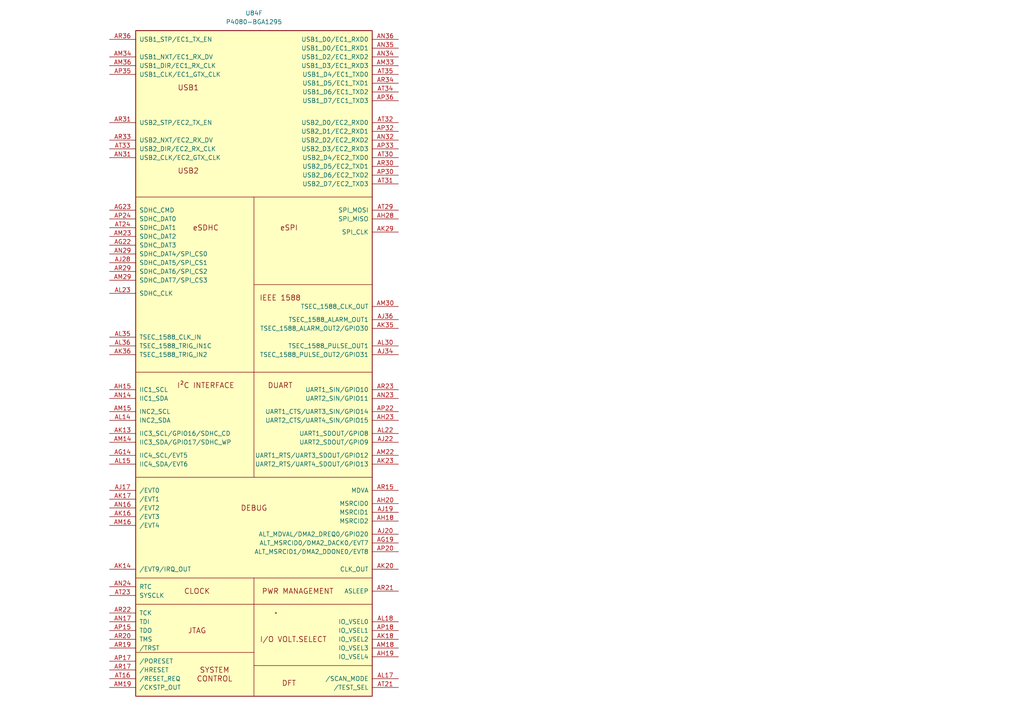
<source format=kicad_sch>
(kicad_sch (version 20250114) (generator "eeschema") (generator_version "9.0")
  (paper "A4")
  (lib_symbols
    (symbol "CPU:P4080-BGA1295" (pin_names (offset 1.016))
      (property "Reference" "U" (at 1.27 19.05 0))
      (property "Value" "P4080-BGA1295" (at 1.27 16.51 0))
      (symbol "P4080-BGA1295_1_1"
        (text "DDR SDRAM1" (at 1.27 26.67 900) (effects (font (size 2.54 2.54) (bold yes) (italic yes))))
        (pin bidirectional line (at -27.94 99.06 0) (length 7.62) (name "D1_MDQ0") (number "A17"))
        (pin bidirectional line (at -27.94 96.52 0) (length 7.62) (name "D1_MDQ1") (number "D17"))
        (pin bidirectional line (at -27.94 93.98 0) (length 7.62) (name "D1_MDQ2") (number "C14"))
        (pin bidirectional line (at -27.94 91.44 0) (length 7.62) (name "D1_MDQ3") (number "A14"))
        (pin bidirectional line (at -27.94 88.9 0) (length 7.62) (name "D1_MDQ4") (number "C17"))
        (pin bidirectional line (at -27.94 86.36 0) (length 7.62) (name "D1_MDQ5") (number "B17"))
        (pin bidirectional line (at -27.94 83.82 0) (length 7.62) (name "D1_MDQ6") (number "A15"))
        (pin bidirectional line (at -27.94 81.28 0) (length 7.62) (name "D1_MDQ7") (number "B15"))
        (pin bidirectional line (at -27.94 78.74 0) (length 7.62) (name "D1_MDQ8") (number "D15"))
        (pin bidirectional line (at -27.94 76.2 0) (length 7.62) (name "D1_MDQ9") (number "G15"))
        (pin bidirectional line (at -27.94 73.66 0) (length 7.62) (name "D1_MDQ10") (number "E12"))
        (pin bidirectional line (at -27.94 71.12 0) (length 7.62) (name "D1_MDQ11") (number "G12"))
        (pin bidirectional line (at -27.94 68.58 0) (length 7.62) (name "D1_MDQ12") (number "F16"))
        (pin bidirectional line (at -27.94 66.04 0) (length 7.62) (name "D1_MDQ13") (number "E15"))
        (pin bidirectional line (at -27.94 63.5 0) (length 7.62) (name "D1_MDQ14") (number "E13"))
        (pin bidirectional line (at -27.94 60.96 0) (length 7.62) (name "D1_MDQ15") (number "F13"))
        (pin bidirectional line (at -27.94 58.42 0) (length 7.62) (name "D1_MDQ16") (number "C8"))
        (pin bidirectional line (at -27.94 55.88 0) (length 7.62) (name "D1_MDQ17") (number "D12"))
        (pin bidirectional line (at -27.94 53.34 0) (length 7.62) (name "D1_MDQ18") (number "E9"))
        (pin bidirectional line (at -27.94 50.8 0) (length 7.62) (name "D1_MDQ19") (number "E10"))
        (pin bidirectional line (at -27.94 48.26 0) (length 7.62) (name "D1_MDQ20") (number "C11"))
        (pin bidirectional line (at -27.94 45.72 0) (length 7.62) (name "D1_MDQ21") (number "C10"))
        (pin bidirectional line (at -27.94 43.18 0) (length 7.62) (name "D1_MDQ22") (number "E6"))
        (pin bidirectional line (at -27.94 40.64 0) (length 7.62) (name "D1_MDQ23") (number "E7"))
        (pin bidirectional line (at -27.94 38.1 0) (length 7.62) (name "D1_MDQ24") (number "F7"))
        (pin bidirectional line (at -27.94 35.56 0) (length 7.62) (name "D1_MDQ25") (number "F11"))
        (pin bidirectional line (at -27.94 33.02 0) (length 7.62) (name "D1_MDQ26") (number "H10"))
        (pin bidirectional line (at -27.94 30.48 0) (length 7.62) (name "D1_MDQ27") (number "J10"))
        (pin bidirectional line (at -27.94 27.94 0) (length 7.62) (name "D1_MDQ28") (number "F10"))
        (pin bidirectional line (at -27.94 25.4 0) (length 7.62) (name "D1_MDQ29") (number "F8"))
        (pin bidirectional line (at -27.94 22.86 0) (length 7.62) (name "D1_MDQ30") (number "H7"))
        (pin bidirectional line (at -27.94 20.32 0) (length 7.62) (name "D1_MDQ31") (number "H9"))
        (pin bidirectional line (at -27.94 17.78 0) (length 7.62) (name "D1_MDQ32") (number "AC7"))
        (pin bidirectional line (at -27.94 15.24 0) (length 7.62) (name "D1_MDQ33") (number "AC6"))
        (pin bidirectional line (at -27.94 12.7 0) (length 7.62) (name "D1_MDQ34") (number "AF6"))
        (pin bidirectional line (at -27.94 10.16 0) (length 7.62) (name "D1_MDQ35") (number "AF7"))
        (pin bidirectional line (at -27.94 7.62 0) (length 7.62) (name "D1_MDQ36") (number "AB5"))
        (pin bidirectional line (at -27.94 5.08 0) (length 7.62) (name "D1_MDQ37") (number "AB6"))
        (pin bidirectional line (at -27.94 2.54 0) (length 7.62) (name "D1_MDQ38") (number "AE5"))
        (pin bidirectional line (at -27.94 0 0) (length 7.62) (name "D1_MDQ39") (number "AE6"))
        (pin bidirectional line (at -27.94 -2.54 0) (length 7.62) (name "D1_MDQ40") (number "AG5"))
        (pin bidirectional line (at -27.94 -5.08 0) (length 7.62) (name "D1_MDQ41") (number "AH9"))
        (pin bidirectional line (at -27.94 -7.62 0) (length 7.62) (name "D1_MDQ42") (number "AJ9"))
        (pin bidirectional line (at -27.94 -10.16 0) (length 7.62) (name "D1_MDQ43") (number "AJ10"))
        (pin bidirectional line (at -27.94 -12.7 0) (length 7.62) (name "D1_MDQ44") (number "AG8"))
        (pin bidirectional line (at -27.94 -15.24 0) (length 7.62) (name "D1_MDQ45") (number "AG7"))
        (pin bidirectional line (at -27.94 -17.78 0) (length 7.62) (name "D1_MDQ46") (number "AJ6"))
        (pin bidirectional line (at -27.94 -20.32 0) (length 7.62) (name "D1_MDQ47") (number "AJ7"))
        (pin bidirectional line (at -27.94 -22.86 0) (length 7.62) (name "D1_MDQ48") (number "AL9"))
        (pin bidirectional line (at -27.94 -25.4 0) (length 7.62) (name "D1_MDQ49") (number "AL8"))
        (pin bidirectional line (at -27.94 -27.94 0) (length 7.62) (name "D1_MDQ50") (number "AN10"))
        (pin bidirectional line (at -27.94 -30.48 0) (length 7.62) (name "D1_MDQ51") (number "AN11"))
        (pin bidirectional line (at -27.94 -33.02 0) (length 7.62) (name "D1_MDQ52") (number "AK8"))
        (pin bidirectional line (at -27.94 -35.56 0) (length 7.62) (name "D1_MDQ53") (number "AK7"))
        (pin bidirectional line (at -27.94 -38.1 0) (length 7.62) (name "D1_MDQ54") (number "AN7"))
        (pin bidirectional line (at -27.94 -40.64 0) (length 7.62) (name "D1_MDQ55") (number "AN8"))
        (pin bidirectional line (at -27.94 -43.18 0) (length 7.62) (name "D1_MDQ56") (number "AT9"))
        (pin bidirectional line (at -27.94 -45.72 0) (length 7.62) (name "D1_MDQ57") (number "AR10"))
        (pin bidirectional line (at -27.94 -48.26 0) (length 7.62) (name "D1_MDQ58") (number "AT13"))
        (pin bidirectional line (at -27.94 -50.8 0) (length 7.62) (name "D1_MDQ59") (number "AR13"))
        (pin bidirectional line (at -27.94 -53.34 0) (length 7.62) (name "D1_MDQ60") (number "AP9"))
        (pin bidirectional line (at -27.94 -55.88 0) (length 7.62) (name "D1_MDQ61") (number "AR9"))
        (pin bidirectional line (at -27.94 -58.42 0) (length 7.62) (name "D1_MDQ62") (number "AR12"))
        (pin bidirectional line (at -27.94 -60.96 0) (length 7.62) (name "D1_MDQ63") (number "AP12"))
        (pin bidirectional line (at -27.94 -64.77 0) (length 7.62) (name "D1_MECC0") (number "K9"))
        (pin bidirectional line (at -27.94 -67.31 0) (length 7.62) (name "D1_MECC1") (number "J5"))
        (pin bidirectional line (at -27.94 -69.85 0) (length 7.62) (name "D1_MECC2") (number "L10"))
        (pin bidirectional line (at -27.94 -72.39 0) (length 7.62) (name "D1_MECC3") (number "M10"))
        (pin bidirectional line (at -27.94 -74.93 0) (length 7.62) (name "D1_MECC4") (number "J8"))
        (pin bidirectional line (at -27.94 -77.47 0) (length 7.62) (name "D1_MECC5") (number "J7"))
        (pin bidirectional line (at -27.94 -80.01 0) (length 7.62) (name "D1_MECC6") (number "L7"))
        (pin bidirectional line (at -27.94 -82.55 0) (length 7.62) (name "D1_MECC7") (number "L9"))
        (pin input line (at -27.94 -86.36 0) (length 7.62) (name "/D1_MAPAR_ERR") (number "N8"))
        (pin output line (at -27.94 -88.9 0) (length 7.62) (name "D1_MAPAR_OUT") (number "Y7"))
        (pin bidirectional line (at -27.94 -92.71 0) (length 7.62) (name "D1_MDIC0") (number "T6"))
        (pin bidirectional line (at -27.94 -95.25 0) (length 7.62) (name "D1_MDIC1") (number "AA5"))
        (pin output line (at 30.48 99.06 180) (length 7.62) (name "D1_MBA0") (number "AA8"))
        (pin output line (at 30.48 96.52 180) (length 7.62) (name "D1_MBA1") (number "Y10"))
        (pin output line (at 30.48 93.98 180) (length 7.62) (name "D1_MBA2") (number "M8"))
        (pin output line (at 30.48 90.17 180) (length 7.62) (name "D1_MA0") (number "Y9"))
        (pin output line (at 30.48 87.63 180) (length 7.62) (name "D1_MA1") (number "U6"))
        (pin output line (at 30.48 85.09 180) (length 7.62) (name "D1_MA2") (number "U7"))
        (pin output line (at 30.48 82.55 180) (length 7.62) (name "D1_MA3") (number "U9"))
        (pin output line (at 30.48 80.01 180) (length 7.62) (name "D1_MA4") (number "U10"))
        (pin output line (at 30.48 77.47 180) (length 7.62) (name "D1_MA5") (number "T8"))
        (pin output line (at 30.48 74.93 180) (length 7.62) (name "D1_MA6") (number "T9"))
        (pin output line (at 30.48 72.39 180) (length 7.62) (name "D1_MA7") (number "R8"))
        (pin output line (at 30.48 69.85 180) (length 7.62) (name "D1_MA8") (number "R7"))
        (pin output line (at 30.48 67.31 180) (length 7.62) (name "D1_MA9") (number "P6"))
        (pin output line (at 30.48 64.77 180) (length 7.62) (name "D1_MA10") (number "AA7"))
        (pin output line (at 30.48 62.23 180) (length 7.62) (name "D1_MA11") (number "P7"))
        (pin output line (at 30.48 59.69 180) (length 7.62) (name "D1_MA12") (number "N6"))
        (pin output line (at 30.48 57.15 180) (length 7.62) (name "D1_MA13") (number "AE8"))
        (pin output line (at 30.48 54.61 180) (length 7.62) (name "D1_MA14") (number "M7"))
        (pin output line (at 30.48 52.07 180) (length 7.62) (name "D1_MA15") (number "L6"))
        (pin output line (at 30.48 48.26 180) (length 7.62) (name "/D1_MWE") (number "AB8"))
        (pin output line (at 30.48 45.72 180) (length 7.62) (name "/D1_MRAS") (number "AA10"))
        (pin output line (at 30.48 43.18 180) (length 7.62) (name "/D1_MCAS") (number "AC10"))
        (pin output line (at 30.48 39.37 180) (length 7.62) (name "/D1_MCS0") (number "AC9"))
        (pin output line (at 30.48 36.83 180) (length 7.62) (name "/D1_MCS1") (number "AE9"))
        (pin output line (at 30.48 34.29 180) (length 7.62) (name "/D1_MCS2") (number "AB9"))
        (pin output line (at 30.48 31.75 180) (length 7.62) (name "/D1_MCS3") (number "AF9"))
        (pin output line (at 30.48 27.94 180) (length 7.62) (name "D1_MCKE0") (number "P10"))
        (pin output line (at 30.48 25.4 180) (length 7.62) (name "D1_MCKE1") (number "R10"))
        (pin output line (at 30.48 22.86 180) (length 7.62) (name "D1_MCKE2") (number "P9"))
        (pin output line (at 30.48 20.32 180) (length 7.62) (name "D1_MCKE3") (number "N9"))
        (pin output line (at 30.48 16.51 180) (length 7.62) (name "D1_MCK0") (number "W6"))
        (pin output line (at 30.48 13.97 180) (length 7.62) (name "D1_MCK1") (number "V6"))
        (pin output line (at 30.48 11.43 180) (length 7.62) (name "D1_MCK2") (number "V8"))
        (pin output line (at 30.48 8.89 180) (length 7.62) (name "D1_MCK3") (number "W9"))
        (pin output line (at 30.48 6.35 180) (length 7.62) (name "D1_MCK4") (number "F1"))
        (pin output line (at 30.48 3.81 180) (length 7.62) (name "D1_MCK5") (number "AL1"))
        (pin output line (at 30.48 0 180) (length 7.62) (name "/D1_MCK0") (number "W5"))
        (pin output line (at 30.48 -2.54 180) (length 7.62) (name "/D1_MCK1") (number "V5"))
        (pin output line (at 30.48 -5.08 180) (length 7.62) (name "/D1_MCK2") (number "V9"))
        (pin output line (at 30.48 -7.62 180) (length 7.62) (name "/D1_MCK3") (number "W8"))
        (pin output line (at 30.48 -10.16 180) (length 7.62) (name "/D1_MCK4") (number "F2"))
        (pin output line (at 30.48 -12.7 180) (length 7.62) (name "/D1_MCK5") (number "AL2"))
        (pin output line (at 30.48 -16.51 180) (length 7.62) (name "D1_MODT0") (number "AD10"))
        (pin output line (at 30.48 -19.05 180) (length 7.62) (name "D1_MODT1") (number "AG10"))
        (pin output line (at 30.48 -21.59 180) (length 7.62) (name "D1_MODT2") (number "AD8"))
        (pin output line (at 30.48 -24.13 180) (length 7.62) (name "D1_MODT3") (number "AF10"))
        (pin output line (at 30.48 -27.94 180) (length 7.62) (name "D1_MDM0") (number "A16"))
        (pin output line (at 30.48 -30.48 180) (length 7.62) (name "D1_MDM1") (number "D14"))
        (pin output line (at 30.48 -33.02 180) (length 7.62) (name "D1_MDM2") (number "D11"))
        (pin output line (at 30.48 -35.56 180) (length 7.62) (name "D1_MDM3") (number "G11"))
        (pin output line (at 30.48 -38.1 180) (length 7.62) (name "D1_MDM4") (number "AD7"))
        (pin output line (at 30.48 -40.64 180) (length 7.62) (name "D1_MDM5") (number "AH8"))
        (pin output line (at 30.48 -43.18 180) (length 7.62) (name "D1_MDM6") (number "AL11"))
        (pin output line (at 30.48 -45.72 180) (length 7.62) (name "D1_MDM7") (number "AT10"))
        (pin output line (at 30.48 -48.26 180) (length 7.62) (name "D1_MDM8") (number "K8"))
        (pin bidirectional line (at 30.48 -52.07 180) (length 7.62) (name "D1_MDQS0") (number "C16"))
        (pin bidirectional line (at 30.48 -54.61 180) (length 7.62) (name "D1_MDQS1") (number "G14"))
        (pin bidirectional line (at 30.48 -57.15 180) (length 7.62) (name "D1_MDQS2") (number "D9"))
        (pin bidirectional line (at 30.48 -59.69 180) (length 7.62) (name "D1_MDQS3") (number "G9"))
        (pin bidirectional line (at 30.48 -62.23 180) (length 7.62) (name "D1_MDQS4") (number "AD5"))
        (pin bidirectional line (at 30.48 -64.77 180) (length 7.62) (name "D1_MDQS5") (number "AH6"))
        (pin bidirectional line (at 30.48 -67.31 180) (length 7.62) (name "D1_MDQS6") (number "AM10"))
        (pin bidirectional line (at 30.48 -69.85 180) (length 7.62) (name "D1_MDQS7") (number "AT12"))
        (pin bidirectional line (at 30.48 -72.39 180) (length 7.62) (name "D1_MDQS8") (number "K6"))
        (pin bidirectional line (at 30.48 -76.2 180) (length 7.62) (name "/D1_MDQS0") (number "B16"))
        (pin bidirectional line (at 30.48 -78.74 180) (length 7.62) (name "/D1_MDQS1") (number "F14"))
        (pin bidirectional line (at 30.48 -81.28 180) (length 7.62) (name "/D1_MDQS2") (number "D8"))
        (pin bidirectional line (at 30.48 -83.82 180) (length 7.62) (name "/D1_MDQS3") (number "G8"))
        (pin bidirectional line (at 30.48 -86.36 180) (length 7.62) (name "/D1_MDQS4") (number "AD4"))
        (pin bidirectional line (at 30.48 -88.9 180) (length 7.62) (name "/D1_MDQS5") (number "AH5"))
        (pin bidirectional line (at 30.48 -91.44 180) (length 7.62) (name "/D1_MDQS6") (number "AM9"))
        (pin bidirectional line (at 30.48 -93.98 180) (length 7.62) (name "/D1_MDQS7") (number "AT11"))
        (pin bidirectional line (at 30.48 -96.52 180) (length 7.62) (name "/D1_MDQS8") (number "K5"))
      )
      (symbol "P4080-BGA1295_2_1"
        (text "DDR SDRAM2" (at 1.27 26.67 900) (effects (font (size 2.54 2.54) (bold yes) (italic yes))))
        (pin bidirectional line (at -27.94 99.06 0) (length 7.62) (name "D2_MDQ0") (number "C13"))
        (pin bidirectional line (at -27.94 96.52 0) (length 7.62) (name "D2_MDQ1") (number "A12"))
        (pin bidirectional line (at -27.94 93.98 0) (length 7.62) (name "D2_MDQ2") (number "B9"))
        (pin bidirectional line (at -27.94 91.44 0) (length 7.62) (name "D2_MDQ3") (number "A8"))
        (pin bidirectional line (at -27.94 88.9 0) (length 7.62) (name "D2_MDQ4") (number "A13"))
        (pin bidirectional line (at -27.94 86.36 0) (length 7.62) (name "D2_MDQ5") (number "B13"))
        (pin bidirectional line (at -27.94 83.82 0) (length 7.62) (name "D2_MDQ6") (number "B10"))
        (pin bidirectional line (at -27.94 81.28 0) (length 7.62) (name "D2_MDQ7") (number "A9"))
        (pin bidirectional line (at -27.94 78.74 0) (length 7.62) (name "D2_MDQ8") (number "A7"))
        (pin bidirectional line (at -27.94 76.2 0) (length 7.62) (name "D2_MDQ9") (number "D6"))
        (pin bidirectional line (at -27.94 73.66 0) (length 7.62) (name "D2_MDQ10") (number "A4"))
        (pin bidirectional line (at -27.94 71.12 0) (length 7.62) (name "D2_MDQ11") (number "B4"))
        (pin bidirectional line (at -27.94 68.58 0) (length 7.62) (name "D2_MDQ12") (number "C7"))
        (pin bidirectional line (at -27.94 66.04 0) (length 7.62) (name "D2_MDQ13") (number "B7"))
        (pin bidirectional line (at -27.94 63.5 0) (length 7.62) (name "D2_MDQ14") (number "C5"))
        (pin bidirectional line (at -27.94 60.96 0) (length 7.62) (name "D2_MDQ15") (number "D5"))
        (pin bidirectional line (at -27.94 58.42 0) (length 7.62) (name "D2_MDQ16") (number "B1"))
        (pin bidirectional line (at -27.94 55.88 0) (length 7.62) (name "D2_MDQ17") (number "B3"))
        (pin bidirectional line (at -27.94 53.34 0) (length 7.62) (name "D2_MDQ18") (number "D3"))
        (pin bidirectional line (at -27.94 50.8 0) (length 7.62) (name "D2_MDQ19") (number "E1"))
        (pin bidirectional line (at -27.94 48.26 0) (length 7.62) (name "D2_MDQ20") (number "A3"))
        (pin bidirectional line (at -27.94 45.72 0) (length 7.62) (name "D2_MDQ21") (number "A2"))
        (pin bidirectional line (at -27.94 43.18 0) (length 7.62) (name "D2_MDQ22") (number "D1"))
        (pin bidirectional line (at -27.94 40.64 0) (length 7.62) (name "D2_MDQ23") (number "D2"))
        (pin bidirectional line (at -27.94 38.1 0) (length 7.62) (name "D2_MDQ24") (number "F4"))
        (pin bidirectional line (at -27.94 35.56 0) (length 7.62) (name "D2_MDQ25") (number "F5"))
        (pin bidirectional line (at -27.94 33.02 0) (length 7.62) (name "D2_MDQ26") (number "H4"))
        (pin bidirectional line (at -27.94 30.48 0) (length 7.62) (name "D2_MDQ27") (number "H6"))
        (pin bidirectional line (at -27.94 27.94 0) (length 7.62) (name "D2_MDQ28") (number "E4"))
        (pin bidirectional line (at -27.94 25.4 0) (length 7.62) (name "D2_MDQ29") (number "E3"))
        (pin bidirectional line (at -27.94 22.86 0) (length 7.62) (name "D2_MDQ30") (number "H3"))
        (pin bidirectional line (at -27.94 20.32 0) (length 7.62) (name "D2_MDQ31") (number "H1"))
        (pin bidirectional line (at -27.94 17.78 0) (length 7.62) (name "D2_MDQ32") (number "AG4"))
        (pin bidirectional line (at -27.94 15.24 0) (length 7.62) (name "D2_MDQ33") (number "AG2"))
        (pin bidirectional line (at -27.94 12.7 0) (length 7.62) (name "D2_MDQ34") (number "AJ3"))
        (pin bidirectional line (at -27.94 10.16 0) (length 7.62) (name "D2_MDQ35") (number "AJ1"))
        (pin bidirectional line (at -27.94 7.62 0) (length 7.62) (name "D2_MDQ36") (number "AF4"))
        (pin bidirectional line (at -27.94 5.08 0) (length 7.62) (name "D2_MDQ37") (number "AF3"))
        (pin bidirectional line (at -27.94 2.54 0) (length 7.62) (name "D2_MDQ38") (number "AH1"))
        (pin bidirectional line (at -27.94 0 0) (length 7.62) (name "D2_MDQ39") (number "AJ4"))
        (pin bidirectional line (at -27.94 -2.54 0) (length 7.62) (name "D2_MDQ40") (number "AL6"))
        (pin bidirectional line (at -27.94 -5.08 0) (length 7.62) (name "D2_MDQ41") (number "AL5"))
        (pin bidirectional line (at -27.94 -7.62 0) (length 7.62) (name "D2_MDQ42") (number "AN4"))
        (pin bidirectional line (at -27.94 -10.16 0) (length 7.62) (name "D2_MDQ43") (number "AN5"))
        (pin bidirectional line (at -27.94 -12.7 0) (length 7.62) (name "D2_MDQ44") (number "AK5"))
        (pin bidirectional line (at -27.94 -15.24 0) (length 7.62) (name "D2_MDQ45") (number "AK4"))
        (pin bidirectional line (at -27.94 -17.78 0) (length 7.62) (name "D2_MDQ46") (number "AM6"))
        (pin bidirectional line (at -27.94 -20.32 0) (length 7.62) (name "D2_MDQ47") (number "AM7"))
        (pin bidirectional line (at -27.94 -22.86 0) (length 7.62) (name "D2_MDQ48") (number "AN1"))
        (pin bidirectional line (at -27.94 -25.4 0) (length 7.62) (name "D2_MDQ49") (number "AP3"))
        (pin bidirectional line (at -27.94 -27.94 0) (length 7.62) (name "D2_MDQ50") (number "AT1"))
        (pin bidirectional line (at -27.94 -30.48 0) (length 7.62) (name "D2_MDQ51") (number "AT2"))
        (pin bidirectional line (at -27.94 -33.02 0) (length 7.62) (name "D2_MDQ52") (number "AM1"))
        (pin bidirectional line (at -27.94 -35.56 0) (length 7.62) (name "D2_MDQ53") (number "AN2"))
        (pin bidirectional line (at -27.94 -38.1 0) (length 7.62) (name "D2_MDQ54") (number "AR3"))
        (pin bidirectional line (at -27.94 -40.64 0) (length 7.62) (name "D2_MDQ55") (number "AT3"))
        (pin bidirectional line (at -27.94 -43.18 0) (length 7.62) (name "D2_MDQ56") (number "AP5"))
        (pin bidirectional line (at -27.94 -45.72 0) (length 7.62) (name "D2_MDQ57") (number "AT5"))
        (pin bidirectional line (at -27.94 -48.26 0) (length 7.62) (name "D2_MDQ58") (number "AP8"))
        (pin bidirectional line (at -27.94 -50.8 0) (length 7.62) (name "D2_MDQ59") (number "AT8"))
        (pin bidirectional line (at -27.94 -53.34 0) (length 7.62) (name "D2_MDQ60") (number "AR4"))
        (pin bidirectional line (at -27.94 -55.88 0) (length 7.62) (name "D2_MDQ61") (number "AT4"))
        (pin bidirectional line (at -27.94 -58.42 0) (length 7.62) (name "D2_MDQ62") (number "AR7"))
        (pin bidirectional line (at -27.94 -60.96 0) (length 7.62) (name "D2_MDQ63") (number "AT7"))
        (pin bidirectional line (at -27.94 -64.77 0) (length 7.62) (name "D2_MECC0") (number "J1"))
        (pin bidirectional line (at -27.94 -67.31 0) (length 7.62) (name "D2_MECC1") (number "K3"))
        (pin bidirectional line (at -27.94 -69.85 0) (length 7.62) (name "D2_MECC2") (number "M5"))
        (pin bidirectional line (at -27.94 -72.39 0) (length 7.62) (name "D2_MECC3") (number "N5"))
        (pin bidirectional line (at -27.94 -74.93 0) (length 7.62) (name "D2_MECC4") (number "J4"))
        (pin bidirectional line (at -27.94 -77.47 0) (length 7.62) (name "D2_MECC5") (number "J2"))
        (pin bidirectional line (at -27.94 -80.01 0) (length 7.62) (name "D2_MECC6") (number "L3"))
        (pin bidirectional line (at -27.94 -82.55 0) (length 7.62) (name "D2_MECC7") (number "L4"))
        (pin input line (at -27.94 -86.36 0) (length 7.62) (name "/D2_MAPA_ERR") (number "N2"))
        (pin output line (at -27.94 -88.9 0) (length 7.62) (name "D2_MAPAR_OUT") (number "Y1"))
        (pin bidirectional line (at -27.94 -92.71 0) (length 7.62) (name "D2_MDIC0") (number "AA4"))
        (pin bidirectional line (at -27.94 -95.25 0) (length 7.62) (name "D2_MDIC1") (number "Y6"))
        (pin output line (at 30.48 99.06 180) (length 7.62) (name "D2_MBA0") (number "AA3"))
        (pin output line (at 30.48 96.52 180) (length 7.62) (name "D2_MBA1") (number "AA1"))
        (pin output line (at 30.48 93.98 180) (length 7.62) (name "D2_MBA2") (number "M1"))
        (pin output line (at 30.48 90.17 180) (length 7.62) (name "D2_MA0") (number "Y4"))
        (pin output line (at 30.48 87.63 180) (length 7.62) (name "D2_MA1") (number "U1"))
        (pin output line (at 30.48 85.09 180) (length 7.62) (name "D2_MA2") (number "U4"))
        (pin output line (at 30.48 82.55 180) (length 7.62) (name "D2_MA3") (number "T1"))
        (pin output line (at 30.48 80.01 180) (length 7.62) (name "D2_MA4") (number "T2"))
        (pin output line (at 30.48 77.47 180) (length 7.62) (name "D2_MA5") (number "T3"))
        (pin output line (at 30.48 74.93 180) (length 7.62) (name "D2_MA6") (number "R1"))
        (pin output line (at 30.48 72.39 180) (length 7.62) (name "D2_MA7") (number "R4"))
        (pin output line (at 30.48 69.85 180) (length 7.62) (name "D2_MA8") (number "R2"))
        (pin output line (at 30.48 67.31 180) (length 7.62) (name "D2_MA9") (number "P1"))
        (pin output line (at 30.48 64.77 180) (length 7.62) (name "D2_MA10") (number "AA2"))
        (pin output line (at 30.48 62.23 180) (length 7.62) (name "D2_MA11") (number "P3"))
        (pin output line (at 30.48 59.69 180) (length 7.62) (name "D2_MA12") (number "N1"))
        (pin output line (at 30.48 57.15 180) (length 7.62) (name "D2_MA13") (number "AC4"))
        (pin output line (at 30.48 54.61 180) (length 7.62) (name "D2_MA14") (number "N3"))
        (pin output line (at 30.48 52.07 180) (length 7.62) (name "D2_MA15") (number "M2"))
        (pin output line (at 30.48 48.26 180) (length 7.62) (name "/D2_MWE") (number "AB2"))
        (pin output line (at 30.48 45.72 180) (length 7.62) (name "/D2_MRAS") (number "AB1"))
        (pin output line (at 30.48 43.18 180) (length 7.62) (name "/D2_MCAS") (number "AC3"))
        (pin output line (at 30.48 39.37 180) (length 7.62) (name "/D2_MCS0") (number "AC1"))
        (pin output line (at 30.48 36.83 180) (length 7.62) (name "/D2_MCS1") (number "AE1"))
        (pin output line (at 30.48 34.29 180) (length 7.62) (name "/D2_MCS2") (number "AB3"))
        (pin output line (at 30.48 31.75 180) (length 7.62) (name "/D2_MCS3") (number "AE2"))
        (pin output line (at 30.48 27.94 180) (length 7.62) (name "D2_MCKE0") (number "R5"))
        (pin output line (at 30.48 25.4 180) (length 7.62) (name "D2_MCKE1") (number "T5"))
        (pin output line (at 30.48 22.86 180) (length 7.62) (name "D2_MCKE2") (number "P4"))
        (pin output line (at 30.48 20.32 180) (length 7.62) (name "D2_MCKE3") (number "M4"))
        (pin output line (at 30.48 16.51 180) (length 7.62) (name "D2_MCK0") (number "W3"))
        (pin output line (at 30.48 13.97 180) (length 7.62) (name "D2_MCK1") (number "V3"))
        (pin output line (at 30.48 11.43 180) (length 7.62) (name "D2_MCK2") (number "V1"))
        (pin output line (at 30.48 8.89 180) (length 7.62) (name "D2_MCK3") (number "W2"))
        (pin output line (at 30.48 6.35 180) (length 7.62) (name "D2_MCK4") (number "G1"))
        (pin output line (at 30.48 3.81 180) (length 7.62) (name "D2_MCK5") (number "AK2"))
        (pin output line (at 30.48 0 180) (length 7.62) (name "/D2_MCK0") (number "W4"))
        (pin output line (at 30.48 -2.54 180) (length 7.62) (name "/D2_MCK1") (number "V4"))
        (pin output line (at 30.48 -5.08 180) (length 7.62) (name "/D2_MCK2") (number "V2"))
        (pin output line (at 30.48 -7.62 180) (length 7.62) (name "/D2_MCK3") (number "W1"))
        (pin output line (at 30.48 -10.16 180) (length 7.62) (name "/D2_MCK4") (number "G2"))
        (pin output line (at 30.48 -12.7 180) (length 7.62) (name "/D2_MCK5") (number "AK1"))
        (pin output line (at 30.48 -16.51 180) (length 7.62) (name "D2_MODT0") (number "AD2"))
        (pin output line (at 30.48 -19.05 180) (length 7.62) (name "D2_MODT1") (number "AF1"))
        (pin output line (at 30.48 -21.59 180) (length 7.62) (name "D2_MODT2") (number "AD1"))
        (pin output line (at 30.48 -24.13 180) (length 7.62) (name "D2_MODT3") (number "AE3"))
        (pin output line (at 30.48 -27.94 180) (length 7.62) (name "D2_MDM0") (number "B12"))
        (pin output line (at 30.48 -30.48 180) (length 7.62) (name "D2_MDM1") (number "B6"))
        (pin output line (at 30.48 -33.02 180) (length 7.62) (name "D2_MDM2") (number "C4"))
        (pin output line (at 30.48 -35.56 180) (length 7.62) (name "D2_MDM3") (number "G3"))
        (pin output line (at 30.48 -38.1 180) (length 7.62) (name "D2_MDM4") (number "AG1"))
        (pin output line (at 30.48 -40.64 180) (length 7.62) (name "D2_MDM5") (number "AL3"))
        (pin output line (at 30.48 -43.18 180) (length 7.62) (name "D2_MDM6") (number "AP2"))
        (pin output line (at 30.48 -45.72 180) (length 7.62) (name "D2_MDM7") (number "AP6"))
        (pin output line (at 30.48 -48.26 180) (length 7.62) (name "D2_MDM8") (number "K2"))
        (pin bidirectional line (at 30.48 -52.07 180) (length 7.62) (name "D2_MDQS0") (number "A10"))
        (pin bidirectional line (at 30.48 -54.61 180) (length 7.62) (name "D2_MDQS1") (number "A5"))
        (pin bidirectional line (at 30.48 -57.15 180) (length 7.62) (name "D2_MDQS2") (number "C2"))
        (pin bidirectional line (at 30.48 -59.69 180) (length 7.62) (name "D2_MDQS3") (number "G6"))
        (pin bidirectional line (at 30.48 -62.23 180) (length 7.62) (name "D2_MDQS4") (number "AH2"))
        (pin bidirectional line (at 30.48 -64.77 180) (length 7.62) (name "D2_MDQS5") (number "AM4"))
        (pin bidirectional line (at 30.48 -67.31 180) (length 7.62) (name "D2_MDQS6") (number "AR1"))
        (pin bidirectional line (at 30.48 -69.85 180) (length 7.62) (name "D2_MDQS7") (number "AR6"))
        (pin bidirectional line (at 30.48 -72.39 180) (length 7.62) (name "D2_MDQS8") (number "L1"))
        (pin bidirectional line (at 30.48 -76.2 180) (length 7.62) (name "/D2_MDQS0") (number "A11"))
        (pin bidirectional line (at 30.48 -78.74 180) (length 7.62) (name "/D2_MDQS1") (number "A6"))
        (pin bidirectional line (at 30.48 -81.28 180) (length 7.62) (name "/D2_MDQS2") (number "C1"))
        (pin bidirectional line (at 30.48 -83.82 180) (length 7.62) (name "/D2_MDQS3") (number "G5"))
        (pin bidirectional line (at 30.48 -86.36 180) (length 7.62) (name "/D2_MDQS4") (number "AH3"))
        (pin bidirectional line (at 30.48 -88.9 180) (length 7.62) (name "/D2_MDQS5") (number "AM3"))
        (pin bidirectional line (at 30.48 -91.44 180) (length 7.62) (name "/D2_MDQS6") (number "AP1"))
        (pin bidirectional line (at 30.48 -93.98 180) (length 7.62) (name "/D2_MDQS7") (number "AT6"))
        (pin bidirectional line (at 30.48 -96.52 180) (length 7.62) (name "/D2_MDQS8") (number "K1"))
      )
      (symbol "P4080-BGA1295_3_1"
        (text "PROG INTERRUPT" (at -13.97 -5.08 0) (effects (font (size 1.27 1.27) (bold yes) (italic yes))))
        (text "CONTROLLER" (at -13.97 -7.62 0) (effects (font (size 1.27 1.27) (bold yes) (italic yes))))
        (text "GENERAL-PURPOSE" (at -8.89 -64.77 0) (effects (font (size 1.524 1.524) (bold yes) (italic yes))))
        (text "INPUT/OUTPUT" (at -8.89 -68.58 0) (effects (font (size 1.524 1.524) (bold yes) (italic yes))))
        (text "LOCAL BUS CONTROLLER" (at 0 69.85 0) (effects (font (size 1.524 1.524) (bold yes) (italic yes))))
        (text "INTERFACE" (at 0 66.04 0) (effects (font (size 1.524 1.524) (bold yes) (italic yes))))
        (text "DMA" (at 0 7.62 0) (effects (font (size 1.524 1.524) (bold yes) (italic yes))))
        (pin bidirectional line (at -30.48 86.36 0) (length 7.62) (name "LAD0") (number "K26"))
        (pin bidirectional line (at -30.48 83.82 0) (length 7.62) (name "LAD1") (number "L26"))
        (pin bidirectional line (at -30.48 81.28 0) (length 7.62) (name "LAD2") (number "J26"))
        (pin bidirectional line (at -30.48 78.74 0) (length 7.62) (name "LAD3") (number "H25"))
        (pin bidirectional line (at -30.48 76.2 0) (length 7.62) (name "LAD4") (number "F25"))
        (pin bidirectional line (at -30.48 73.66 0) (length 7.62) (name "LAD5") (number "H24"))
        (pin bidirectional line (at -30.48 71.12 0) (length 7.62) (name "LAD6") (number "G24"))
        (pin bidirectional line (at -30.48 68.58 0) (length 7.62) (name "LAD7") (number "G23"))
        (pin bidirectional line (at -30.48 66.04 0) (length 7.62) (name "LAD8") (number "E23"))
        (pin bidirectional line (at -30.48 63.5 0) (length 7.62) (name "LAD9") (number "D23"))
        (pin bidirectional line (at -30.48 60.96 0) (length 7.62) (name "LAD10") (number "J22"))
        (pin bidirectional line (at -30.48 58.42 0) (length 7.62) (name "LAD11") (number "G22"))
        (pin bidirectional line (at -30.48 55.88 0) (length 7.62) (name "LAD12") (number "F19"))
        (pin bidirectional line (at -30.48 53.34 0) (length 7.62) (name "LAD13") (number "J18"))
        (pin bidirectional line (at -30.48 50.8 0) (length 7.62) (name "LAD14") (number "K18"))
        (pin bidirectional line (at -30.48 48.26 0) (length 7.62) (name "LAD15") (number "J17"))
        (pin bidirectional line (at -30.48 43.18 0) (length 7.62) (name "LDP0") (number "J24"))
        (pin bidirectional line (at -30.48 40.64 0) (length 7.62) (name "LDP1") (number "K23"))
        (pin output line (at -30.48 35.56 0) (length 7.62) (name "LGPL0") (number "B25"))
        (pin output line (at -30.48 33.02 0) (length 7.62) (name "LGPL1") (number "E25"))
        (pin output line (at -30.48 30.48 0) (length 7.62) (name "LGPL2") (number "D25"))
        (pin output line (at -30.48 27.94 0) (length 7.62) (name "LGPL3") (number "H26"))
        (pin bidirectional line (at -30.48 25.4 0) (length 7.62) (name "LGPL4") (number "C25"))
        (pin output line (at -30.48 22.86 0) (length 7.62) (name "LGPL5") (number "E26"))
        (pin output line (at -30.48 16.51 0) (length 7.62) (name "LCLK0") (number "C24"))
        (pin output line (at -30.48 13.97 0) (length 7.62) (name "LCLK1") (number "C23"))
        (pin input line (at -30.48 -10.16 0) (length 7.62) (name "IRQ0") (number "AJ16"))
        (pin input line (at -30.48 -12.7 0) (length 7.62) (name "IRQ1") (number "AH16"))
        (pin input line (at -30.48 -15.24 0) (length 7.62) (name "IRQ2") (number "AK12"))
        (pin input line (at -30.48 -17.78 0) (length 7.62) (name "IRQ3/GPIO21") (number "AJ15"))
        (pin input line (at -30.48 -20.32 0) (length 7.62) (name "IRQ4/GPIO22") (number "AH17"))
        (pin input line (at -30.48 -22.86 0) (length 7.62) (name "IRQ5/GPIO23") (number "AJ13"))
        (pin input line (at -30.48 -25.4 0) (length 7.62) (name "IRQ6/GPIO24") (number "AG17"))
        (pin input line (at -30.48 -27.94 0) (length 7.62) (name "IRQ7/GPIO25") (number "AM13"))
        (pin input line (at -30.48 -30.48 0) (length 7.62) (name "IRQ8/GPIO26") (number "AG13"))
        (pin input line (at -30.48 -33.02 0) (length 7.62) (name "IRQ9/GPIO27") (number "AK11"))
        (pin input line (at -30.48 -38.1 0) (length 7.62) (name "IRQ11/GPIO29") (number "AL12"))
        (pin output line (at -30.48 -41.91 0) (length 7.62) (name "/IRQ_OUT/EVT9") (number "AK14"))
        (pin input line (at -30.48 -45.72 0) (length 7.62) (name "/TMP_DETECT") (number "AN19"))
        (pin output line (at 30.48 86.36 180) (length 7.62) (name "LA16") (number "J25"))
        (pin output line (at 30.48 83.82 180) (length 7.62) (name "LA17") (number "G25"))
        (pin output line (at 30.48 81.28 180) (length 7.62) (name "LA18") (number "H23"))
        (pin output line (at 30.48 78.74 180) (length 7.62) (name "LA19") (number "F22"))
        (pin output line (at 30.48 76.2 180) (length 7.62) (name "LA20") (number "H22"))
        (pin output line (at 30.48 73.66 180) (length 7.62) (name "LA21") (number "E21"))
        (pin output line (at 30.48 71.12 180) (length 7.62) (name "LA22") (number "F21"))
        (pin output line (at 30.48 68.58 180) (length 7.62) (name "LA23") (number "H21"))
        (pin output line (at 30.48 66.04 180) (length 7.62) (name "LA24") (number "K21"))
        (pin output line (at 30.48 63.5 180) (length 7.62) (name "LA25") (number "G20"))
        (pin output line (at 30.48 60.96 180) (length 7.62) (name "LA26") (number "J20"))
        (pin output line (at 30.48 58.42 180) (length 7.62) (name "LA27") (number "K20"))
        (pin output line (at 30.48 55.88 180) (length 7.62) (name "LA28") (number "G19"))
        (pin output line (at 30.48 53.34 180) (length 7.62) (name "LA29") (number "H19"))
        (pin output line (at 30.48 50.8 180) (length 7.62) (name "LA30") (number "J19"))
        (pin output line (at 30.48 48.26 180) (length 7.62) (name "LA31") (number "G18"))
        (pin output line (at 30.48 44.45 180) (length 7.62) (name "/LCS0") (number "D19"))
        (pin output line (at 30.48 41.91 180) (length 7.62) (name "/LCS1") (number "D20"))
        (pin output line (at 30.48 39.37 180) (length 7.62) (name "/LCS2") (number "E20"))
        (pin output line (at 30.48 36.83 180) (length 7.62) (name "/LCS3") (number "D21"))
        (pin output line (at 30.48 34.29 180) (length 7.62) (name "/LCS4") (number "D22"))
        (pin output line (at 30.48 31.75 180) (length 7.62) (name "/LCS5") (number "B23"))
        (pin output line (at 30.48 29.21 180) (length 7.62) (name "/LCS6") (number "F24"))
        (pin output line (at 30.48 26.67 180) (length 7.62) (name "/LCS7") (number "G26"))
        (pin output line (at 30.48 22.86 180) (length 7.62) (name "/LWE0") (number "D24"))
        (pin output line (at 30.48 20.32 180) (length 7.62) (name "/LWE1") (number "A24"))
        (pin output line (at 30.48 16.51 180) (length 7.62) (name "LBCTL") (number "C22"))
        (pin bidirectional line (at 30.48 13.97 180) (length 7.62) (name "LALE") (number "A23"))
        (pin output line (at 30.48 6.35 180) (length 7.62) (name "/DMA1_DDONE0") (number "AN21"))
        (pin output line (at 30.48 2.54 180) (length 7.62) (name "/DMA2_DACK0") (number "AG19"))
        (pin output line (at 30.48 0 180) (length 7.62) (name "/DMA2_DDONE0") (number "AP20"))
        (pin bidirectional line (at 30.48 -5.08 180) (length 7.62) (name "GPIO0") (number "AL21"))
        (pin bidirectional line (at 30.48 -7.62 180) (length 7.62) (name "GPIO1") (number "AK22"))
        (pin bidirectional line (at 30.48 -10.16 180) (length 7.62) (name "GPIO2") (number "AM20"))
        (pin bidirectional line (at 30.48 -12.7 180) (length 7.62) (name "GPIO3") (number "AN20"))
        (pin bidirectional line (at 30.48 -15.24 180) (length 7.62) (name "GPIO4") (number "AH21"))
        (pin bidirectional line (at 30.48 -17.78 180) (length 7.62) (name "GPIO5") (number "AJ21"))
        (pin bidirectional line (at 30.48 -20.32 180) (length 7.62) (name "GPIO6") (number "AK21"))
        (pin bidirectional line (at 30.48 -22.86 180) (length 7.62) (name "GPIO7") (number "AG20"))
        (pin bidirectional line (at 30.48 -25.4 180) (length 7.62) (name "GPIO8/UART1_SOUT") (number "AL22"))
        (pin bidirectional line (at 30.48 -27.94 180) (length 7.62) (name "GPIO9/UART2_SOUT") (number "AJ22"))
        (pin bidirectional line (at 30.48 -30.48 180) (length 7.62) (name "GPIO10/UART1_SIN") (number "AR23"))
        (pin bidirectional line (at 30.48 -33.02 180) (length 7.62) (name "GPIO11/UART2_SIN") (number "AN23"))
        (pin bidirectional line (at 30.48 -35.56 180) (length 7.62) (name "GPIO12/RTS/UART3_SOUT") (number "AM22"))
        (pin bidirectional line (at 30.48 -38.1 180) (length 7.62) (name "GPIO13/RTS/UART4_SOUT") (number "AK23"))
        (pin bidirectional line (at 30.48 -40.64 180) (length 7.62) (name "GPIO14/CTS/UART3_SIN") (number "AP22"))
        (pin bidirectional line (at 30.48 -43.18 180) (length 7.62) (name "GPIO15/CTS/UART4_SIN") (number "AH23"))
        (pin bidirectional line (at 30.48 -45.72 180) (length 7.62) (name "GPIO16/IIC3_SCL/SDHC_CD") (number "AK13"))
        (pin bidirectional line (at 30.48 -48.26 180) (length 7.62) (name "GPIO17/IIC3_SDA/SDHC_WP") (number "AM14"))
        (pin bidirectional line (at 30.48 -50.8 180) (length 7.62) (name "GPIO18/DMA1_DREQ0") (number "AP21"))
        (pin bidirectional line (at 30.48 -53.34 180) (length 7.62) (name "GPIO19/DMA1_DACK0") (number "AL19"))
        (pin bidirectional line (at 30.48 -55.88 180) (length 7.62) (name "GPIO20/DMA2_DREQ0/ALT_MDVAL") (number "AJ20"))
        (pin bidirectional line (at 30.48 -76.2 180) (length 7.62) (name "GPIO28/IRQ10") (number "AH14"))
        (pin bidirectional line (at 30.48 -81.28 180) (length 7.62) (name "GPIO30/TSEC_1588_ALARM_OUT2") (number "AK35"))
        (pin bidirectional line (at 30.48 -83.82 180) (length 7.62) (name "GPIO31/TSEC_1588_PULSE_OUT2") (number "AJ34"))
      )
      (symbol "P4080-BGA1295_4_1"
        (text "SERDES" (at 0 29.21 0) (effects (font (size 2.54 2.54) (bold yes) (italic yes))))
        (pin input line (at -27.94 55.88 0) (length 7.62) (name "SD_RX0") (number "C28"))
        (pin input line (at -27.94 53.34 0) (length 7.62) (name "SD_RX1") (number "A29"))
        (pin input line (at -27.94 50.8 0) (length 7.62) (name "SD_RX2") (number "C30"))
        (pin input line (at -27.94 48.26 0) (length 7.62) (name "SD_RX3") (number "A31"))
        (pin input line (at -27.94 45.72 0) (length 7.62) (name "SD_RX4") (number "D36"))
        (pin input line (at -27.94 43.18 0) (length 7.62) (name "SD_RX5") (number "F36"))
        (pin input line (at -27.94 40.64 0) (length 7.62) (name "SD_RX6") (number "H36"))
        (pin input line (at -27.94 38.1 0) (length 7.62) (name "SD_RX7") (number "K36"))
        (pin input line (at -27.94 35.56 0) (length 7.62) (name "SD_RX8") (number "L34"))
        (pin input line (at -27.94 33.02 0) (length 7.62) (name "SD_RX9") (number "M36"))
        (pin input line (at -27.94 30.48 0) (length 7.62) (name "SD_RX10") (number "P36"))
        (pin input line (at -27.94 27.94 0) (length 7.62) (name "SD_RX11") (number "T34"))
        (pin input line (at -27.94 25.4 0) (length 7.62) (name "SD_RX12") (number "W36"))
        (pin input line (at -27.94 22.86 0) (length 7.62) (name "SD_RX13") (number "Y34"))
        (pin input line (at -27.94 20.32 0) (length 7.62) (name "SD_RX14") (number "AA36"))
        (pin input line (at -27.94 17.78 0) (length 7.62) (name "SD_RX15") (number "AC36"))
        (pin input line (at -27.94 15.24 0) (length 7.62) (name "SD_RX16") (number "AF34"))
        (pin input line (at -27.94 12.7 0) (length 7.62) (name "SD_RX17") (number "AG36"))
        (pin input line (at -27.94 7.62 0) (length 7.62) (name "/SD_RX0") (number "D28"))
        (pin input line (at -27.94 5.08 0) (length 7.62) (name "/SD_RX1") (number "B29"))
        (pin input line (at -27.94 2.54 0) (length 7.62) (name "/SD_RX2") (number "D30"))
        (pin input line (at -27.94 0 0) (length 7.62) (name "/SD_RX3") (number "B31"))
        (pin input line (at -27.94 -2.54 0) (length 7.62) (name "/SD_RX4") (number "C36"))
        (pin input line (at -27.94 -5.08 0) (length 7.62) (name "/SD_RX5") (number "F35"))
        (pin input line (at -27.94 -7.62 0) (length 7.62) (name "/SD_RX6") (number "H35"))
        (pin input line (at -27.94 -10.16 0) (length 7.62) (name "/SD_RX7") (number "K35"))
        (pin input line (at -27.94 -12.7 0) (length 7.62) (name "/SD_RX8") (number "L33"))
        (pin input line (at -27.94 -15.24 0) (length 7.62) (name "/SD_RX9") (number "M35"))
        (pin input line (at -27.94 -17.78 0) (length 7.62) (name "/SD_RX10") (number "P35"))
        (pin input line (at -27.94 -20.32 0) (length 7.62) (name "/SD_RX11") (number "T33"))
        (pin input line (at -27.94 -22.86 0) (length 7.62) (name "/SD_RX12") (number "W35"))
        (pin input line (at -27.94 -25.4 0) (length 7.62) (name "/SD_RX13") (number "Y33"))
        (pin input line (at -27.94 -27.94 0) (length 7.62) (name "/SD_RX14") (number "AA35"))
        (pin input line (at -27.94 -30.48 0) (length 7.62) (name "/SD_RX15") (number "AC35"))
        (pin input line (at -27.94 -33.02 0) (length 7.62) (name "/SD_RX16") (number "AF33"))
        (pin input line (at -27.94 -35.56 0) (length 7.62) (name "/SD_RX17") (number "AG35"))
        (pin input line (at -27.94 -40.64 0) (length 7.62) (name "SD_REF_CLK1") (number "A35"))
        (pin input line (at -27.94 -43.18 0) (length 7.62) (name "/SD_REF_CLK1") (number "B35"))
        (pin input line (at -27.94 -45.72 0) (length 7.62) (name "SD_REF_CLK2") (number "V34"))
        (pin input line (at -27.94 -48.26 0) (length 7.62) (name "/SD_REF_CLK2") (number "V33"))
        (pin input line (at -27.94 -50.8 0) (length 7.62) (name "SD_REF_CLK3") (number "AC32"))
        (pin input line (at -27.94 -53.34 0) (length 7.62) (name "/SD_REF_CLK3") (number "AC31"))
        (pin output line (at 27.94 55.88 180) (length 7.62) (name "SD_TX0") (number "H28"))
        (pin output line (at 27.94 53.34 180) (length 7.62) (name "SD_TX1") (number "F29"))
        (pin output line (at 27.94 50.8 180) (length 7.62) (name "SD_TX2") (number "H30"))
        (pin output line (at 27.94 48.26 180) (length 7.62) (name "SD_TX3") (number "F31"))
        (pin output line (at 27.94 45.72 180) (length 7.62) (name "SD_TX4") (number "D34"))
        (pin output line (at 27.94 43.18 180) (length 7.62) (name "SD_TX5") (number "G33"))
        (pin output line (at 27.94 40.64 180) (length 7.62) (name "SD_TX6") (number "J33"))
        (pin output line (at 27.94 38.1 180) (length 7.62) (name "SD_TX7") (number "K31"))
        (pin output line (at 27.94 35.56 180) (length 7.62) (name "SD_TX8") (number "M31"))
        (pin output line (at 27.94 33.02 180) (length 7.62) (name "SD_TX9") (number "N33"))
        (pin output line (at 27.94 30.48 180) (length 7.62) (name "SD_TX10") (number "P31"))
        (pin output line (at 27.94 27.94 180) (length 7.62) (name "SD_TX11") (number "T30"))
        (pin output line (at 27.94 25.4 180) (length 7.62) (name "SD_TX12") (number "W31"))
        (pin output line (at 27.94 22.86 180) (length 7.62) (name "SD_TX13") (number "Y29"))
        (pin output line (at 27.94 20.32 180) (length 7.62) (name "SD_TX14") (number "AA31"))
        (pin output line (at 27.94 17.78 180) (length 7.62) (name "SD_TX15") (number "AB33"))
        (pin output line (at 27.94 15.24 180) (length 7.62) (name "SD_TX16") (number "AE31"))
        (pin output line (at 27.94 12.7 180) (length 7.62) (name "SD_TX17") (number "AG31"))
        (pin output line (at 27.94 7.62 180) (length 7.62) (name "/SD_TX0") (number "G28"))
        (pin output line (at 27.94 5.08 180) (length 7.62) (name "/SD_TX1") (number "E29"))
        (pin output line (at 27.94 2.54 180) (length 7.62) (name "/SD_TX2") (number "G30"))
        (pin output line (at 27.94 0 180) (length 7.62) (name "/SD_TX3") (number "E31"))
        (pin output line (at 27.94 -2.54 180) (length 7.62) (name "/SD_TX4") (number "E34"))
        (pin output line (at 27.94 -5.08 180) (length 7.62) (name "/SD_TX5") (number "F33"))
        (pin output line (at 27.94 -7.62 180) (length 7.62) (name "/SD_TX6") (number "J34"))
        (pin output line (at 27.94 -10.16 180) (length 7.62) (name "/SD_TX7") (number "K32"))
        (pin output line (at 27.94 -12.7 180) (length 7.62) (name "/SD_TX8") (number "M32"))
        (pin output line (at 27.94 -15.24 180) (length 7.62) (name "/SD_TX9") (number "N34"))
        (pin output line (at 27.94 -17.78 180) (length 7.62) (name "/SD_TX10") (number "P32"))
        (pin output line (at 27.94 -20.32 180) (length 7.62) (name "/SD_TX11") (number "T31"))
        (pin output line (at 27.94 -22.86 180) (length 7.62) (name "/SD_TX12") (number "W32"))
        (pin output line (at 27.94 -25.4 180) (length 7.62) (name "/SD_TX13") (number "Y30"))
        (pin output line (at 27.94 -27.94 180) (length 7.62) (name "/SD_TX14") (number "AA32"))
        (pin output line (at 27.94 -30.48 180) (length 7.62) (name "/SD_TX15") (number "AB34"))
        (pin output line (at 27.94 -33.02 180) (length 7.62) (name "/SD_TX16") (number "AE32"))
        (pin output line (at 27.94 -35.56 180) (length 7.62) (name "/SD_TX17") (number "AG32"))
      )
      (symbol "P4080-BGA1295_5_1"
        (text "POWER PINS SERDES" (at 0 39.37 900) (effects (font (size 2.54 2.54) (bold yes) (italic yes))))
        (pin power_in line (at -25.4 99.06 0) (length 7.62) (name "XVDD") (number "AA29"))
        (pin power_in line (at -25.4 96.52 0) (length 7.62) (name "XVDD") (number "AB30"))
        (pin power_in line (at -25.4 93.98 0) (length 7.62) (name "XVDD") (number "AB31"))
        (pin power_in line (at -25.4 91.44 0) (length 7.62) (name "XVDD") (number "AC33"))
        (pin power_in line (at -25.4 88.9 0) (length 7.62) (name "XVDD") (number "AD32"))
        (pin power_in line (at -25.4 86.36 0) (length 7.62) (name "XVDD") (number "AE30"))
        (pin power_in line (at -25.4 83.82 0) (length 7.62) (name "XVDD") (number "AF31"))
        (pin power_in line (at -25.4 81.28 0) (length 7.62) (name "XVDD") (number "E32"))
        (pin power_in line (at -25.4 78.74 0) (length 7.62) (name "XVDD") (number "E33"))
        (pin power_in line (at -25.4 76.2 0) (length 7.62) (name "XVDD") (number "F28"))
        (pin power_in line (at -25.4 73.66 0) (length 7.62) (name "XVDD") (number "F30"))
        (pin power_in line (at -25.4 71.12 0) (length 7.62) (name "XVDD") (number "G32"))
        (pin power_in line (at -25.4 68.58 0) (length 7.62) (name "XVDD") (number "H31"))
        (pin power_in line (at -25.4 66.04 0) (length 7.62) (name "XVDD") (number "H33"))
        (pin power_in line (at -25.4 63.5 0) (length 7.62) (name "XVDD") (number "J28"))
        (pin power_in line (at -25.4 60.96 0) (length 7.62) (name "XVDD") (number "J30"))
        (pin power_in line (at -25.4 58.42 0) (length 7.62) (name "XVDD") (number "J32"))
        (pin power_in line (at -25.4 55.88 0) (length 7.62) (name "XVDD") (number "K30"))
        (pin power_in line (at -25.4 53.34 0) (length 7.62) (name "XVDD") (number "L30"))
        (pin power_in line (at -25.4 50.8 0) (length 7.62) (name "XVDD") (number "L31"))
        (pin power_in line (at -25.4 48.26 0) (length 7.62) (name "XVDD") (number "M29"))
        (pin power_in line (at -25.4 45.72 0) (length 7.62) (name "XVDD") (number "N31"))
        (pin power_in line (at -25.4 43.18 0) (length 7.62) (name "XVDD") (number "P30"))
        (pin power_in line (at -25.4 40.64 0) (length 7.62) (name "XVDD") (number "P33"))
        (pin power_in line (at -25.4 38.1 0) (length 7.62) (name "XVDD") (number "R29"))
        (pin power_in line (at -25.4 35.56 0) (length 7.62) (name "XVDD") (number "R31"))
        (pin power_in line (at -25.4 33.02 0) (length 7.62) (name "XVDD") (number "T29"))
        (pin power_in line (at -25.4 30.48 0) (length 7.62) (name "XVDD") (number "T32"))
        (pin power_in line (at -25.4 27.94 0) (length 7.62) (name "XVDD") (number "U30"))
        (pin power_in line (at -25.4 25.4 0) (length 7.62) (name "XVDD") (number "V30"))
        (pin power_in line (at -25.4 22.86 0) (length 7.62) (name "XVDD") (number "V32"))
        (pin power_in line (at -25.4 20.32 0) (length 7.62) (name "XVDD") (number "W29"))
        (pin power_in line (at -25.4 17.78 0) (length 7.62) (name "XVDD") (number "Y31"))
        (pin power_in line (at -25.4 15.24 0) (length 7.62) (name "XVDD") (number "AH32"))
        (pin power_in line (at -25.4 0 0) (length 7.62) (name "SVDD") (number "A30"))
        (pin power_in line (at -25.4 -2.54 0) (length 7.62) (name "SVDD") (number "A34"))
        (pin power_in line (at -25.4 -5.08 0) (length 7.62) (name "SVDD") (number "AA33"))
        (pin power_in line (at -25.4 -7.62 0) (length 7.62) (name "SVDD") (number "AB35"))
        (pin power_in line (at -25.4 -10.16 0) (length 7.62) (name "SVDD") (number "AD36"))
        (pin power_in line (at -25.4 -12.7 0) (length 7.62) (name "SVDD") (number "AE33"))
        (pin power_in line (at -25.4 -15.24 0) (length 7.62) (name "SVDD") (number "AF35"))
        (pin power_in line (at -25.4 -17.78 0) (length 7.62) (name "SVDD") (number "AG34"))
        (pin power_in line (at -25.4 -20.32 0) (length 7.62) (name "SVDD") (number "B28"))
        (pin power_in line (at -25.4 -22.86 0) (length 7.62) (name "SVDD") (number "B32"))
        (pin power_in line (at -25.4 -25.4 0) (length 7.62) (name "SVDD") (number "B36"))
        (pin power_in line (at -25.4 -27.94 0) (length 7.62) (name "SVDD") (number "C31"))
        (pin power_in line (at -25.4 -30.48 0) (length 7.62) (name "SVDD") (number "C34"))
        (pin power_in line (at -25.4 -33.02 0) (length 7.62) (name "SVDD") (number "C35"))
        (pin power_in line (at -25.4 -35.56 0) (length 7.62) (name "SVDD") (number "D29"))
        (pin power_in line (at -25.4 -38.1 0) (length 7.62) (name "SVDD") (number "E36"))
        (pin power_in line (at -25.4 -40.64 0) (length 7.62) (name "SVDD") (number "F34"))
        (pin power_in line (at -25.4 -43.18 0) (length 7.62) (name "SVDD") (number "G35"))
        (pin power_in line (at -25.4 -45.72 0) (length 7.62) (name "SVDD") (number "J36"))
        (pin power_in line (at -25.4 -48.26 0) (length 7.62) (name "SVDD") (number "K34"))
        (pin power_in line (at -25.4 -50.8 0) (length 7.62) (name "SVDD") (number "L35"))
        (pin power_in line (at -25.4 -53.34 0) (length 7.62) (name "SVDD") (number "M33"))
        (pin power_in line (at -25.4 -55.88 0) (length 7.62) (name "SVDD") (number "N36"))
        (pin power_in line (at -25.4 -58.42 0) (length 7.62) (name "SVDD") (number "R34"))
        (pin power_in line (at -25.4 -60.96 0) (length 7.62) (name "SVDD") (number "R35"))
        (pin power_in line (at -25.4 -63.5 0) (length 7.62) (name "SVDD") (number "U33"))
        (pin power_in line (at -25.4 -66.04 0) (length 7.62) (name "SVDD") (number "V35"))
        (pin power_in line (at -25.4 -68.58 0) (length 7.62) (name "SVDD") (number "W34"))
        (pin power_in line (at -25.4 -71.12 0) (length 7.62) (name "SVDD") (number "Y36"))
        (pin power_in line (at -25.4 -73.66 0) (length 7.62) (name "SVDD") (number "AH36"))
        (pin power_in line (at -25.4 -83.82 0) (length 7.62) (name "AVDD_SRDS1") (number "A33"))
        (pin power_in line (at -25.4 -86.36 0) (length 7.62) (name "AVDD_SRDS2") (number "U36"))
        (pin power_in line (at -25.4 -88.9 0) (length 7.62) (name "AVDD_SRDS3") (number "AE35"))
        (pin input line (at -25.4 -93.98 0) (length 7.62) (name "SD_IMP_CAL_TX") (number "AF30"))
        (pin input line (at -25.4 -96.52 0) (length 7.62) (name "SD_IMP_CAL_RX") (number "B27"))
        (pin power_in line (at 25.4 99.06 180) (length 7.62) (name "XGND") (number "AA30"))
        (pin power_in line (at 25.4 96.52 180) (length 7.62) (name "XGND") (number "AB32"))
        (pin power_in line (at 25.4 93.98 180) (length 7.62) (name "XGND") (number "AC30"))
        (pin power_in line (at 25.4 91.44 180) (length 7.62) (name "XGND") (number "AC34"))
        (pin power_in line (at 25.4 88.9 180) (length 7.62) (name "XGND") (number "AD30"))
        (pin power_in line (at 25.4 86.36 180) (length 7.62) (name "XGND") (number "AD31"))
        (pin power_in line (at 25.4 83.82 180) (length 7.62) (name "XGND") (number "AF32"))
        (pin power_in line (at 25.4 81.28 180) (length 7.62) (name "XGND") (number "AG30"))
        (pin power_in line (at 25.4 78.74 180) (length 7.62) (name "XGND") (number "D33"))
        (pin power_in line (at 25.4 76.2 180) (length 7.62) (name "XGND") (number "E28"))
        (pin power_in line (at 25.4 73.66 180) (length 7.62) (name "XGND") (number "E30"))
        (pin power_in line (at 25.4 71.12 180) (length 7.62) (name "XGND") (number "F32"))
        (pin power_in line (at 25.4 68.58 180) (length 7.62) (name "XGND") (number "G29"))
        (pin power_in line (at 25.4 66.04 180) (length 7.62) (name "XGND") (number "G31"))
        (pin power_in line (at 25.4 63.5 180) (length 7.62) (name "XGND") (number "H29"))
        (pin power_in line (at 25.4 60.96 180) (length 7.62) (name "XGND") (number "H32"))
        (pin power_in line (at 25.4 58.42 180) (length 7.62) (name "XGND") (number "H34"))
        (pin power_in line (at 25.4 55.88 180) (length 7.62) (name "XGND") (number "J29"))
        (pin power_in line (at 25.4 53.34 180) (length 7.62) (name "XGND") (number "J31"))
        (pin power_in line (at 25.4 50.8 180) (length 7.62) (name "XGND") (number "K28"))
        (pin power_in line (at 25.4 48.26 180) (length 7.62) (name "XGND") (number "K29"))
        (pin power_in line (at 25.4 45.72 180) (length 7.62) (name "XGND") (number "L29"))
        (pin power_in line (at 25.4 43.18 180) (length 7.62) (name "XGND") (number "L32"))
        (pin power_in line (at 25.4 40.64 180) (length 7.62) (name "XGND") (number "M30"))
        (pin power_in line (at 25.4 38.1 180) (length 7.62) (name "XGND") (number "N29"))
        (pin power_in line (at 25.4 35.56 180) (length 7.62) (name "XGND") (number "N30"))
        (pin power_in line (at 25.4 33.02 180) (length 7.62) (name "XGND") (number "N32"))
        (pin power_in line (at 25.4 30.48 180) (length 7.62) (name "XGND") (number "P29"))
        (pin power_in line (at 25.4 27.94 180) (length 7.62) (name "XGND") (number "P34"))
        (pin power_in line (at 25.4 25.4 180) (length 7.62) (name "XGND") (number "R30"))
        (pin power_in line (at 25.4 22.86 180) (length 7.62) (name "XGND") (number "R32"))
        (pin power_in line (at 25.4 20.32 180) (length 7.62) (name "XGND") (number "U29"))
        (pin power_in line (at 25.4 17.78 180) (length 7.62) (name "XGND") (number "U31"))
        (pin power_in line (at 25.4 15.24 180) (length 7.62) (name "XGND") (number "V29"))
        (pin power_in line (at 25.4 12.7 180) (length 7.62) (name "XGND") (number "V31"))
        (pin power_in line (at 25.4 10.16 180) (length 7.62) (name "XGND") (number "W30"))
        (pin power_in line (at 25.4 7.62 180) (length 7.62) (name "XGND") (number "Y32"))
        (pin power_in line (at 25.4 5.08 180) (length 7.62) (name "XGND") (number "AH31"))
        (pin power_in line (at 25.4 0 180) (length 7.62) (name "SGND") (number "A28"))
        (pin power_in line (at 25.4 -2.54 180) (length 7.62) (name "SGND") (number "A32"))
        (pin power_in line (at 25.4 -5.08 180) (length 7.62) (name "SGND") (number "A36"))
        (pin power_in line (at 25.4 -7.62 180) (length 7.62) (name "SGND") (number "AA34"))
        (pin power_in line (at 25.4 -10.16 180) (length 7.62) (name "SGND") (number "AB36"))
        (pin power_in line (at 25.4 -12.7 180) (length 7.62) (name "SGND") (number "AD35"))
        (pin power_in line (at 25.4 -15.24 180) (length 7.62) (name "SGND") (number "AE34"))
        (pin power_in line (at 25.4 -17.78 180) (length 7.62) (name "SGND") (number "AF36"))
        (pin power_in line (at 25.4 -20.32 180) (length 7.62) (name "SGND") (number "AG33"))
        (pin power_in line (at 25.4 -22.86 180) (length 7.62) (name "SGND") (number "B30"))
        (pin power_in line (at 25.4 -25.4 180) (length 7.62) (name "SGND") (number "B34"))
        (pin power_in line (at 25.4 -27.94 180) (length 7.62) (name "SGND") (number "C29"))
        (pin power_in line (at 25.4 -30.48 180) (length 7.62) (name "SGND") (number "C33"))
        (pin power_in line (at 25.4 -33.02 180) (length 7.62) (name "SGND") (number "D31"))
        (pin power_in line (at 25.4 -35.56 180) (length 7.62) (name "SGND") (number "D35"))
        (pin power_in line (at 25.4 -38.1 180) (length 7.62) (name "SGND") (number "E35"))
        (pin power_in line (at 25.4 -40.64 180) (length 7.62) (name "SGND") (number "G34"))
        (pin power_in line (at 25.4 -43.18 180) (length 7.62) (name "SGND") (number "G36"))
        (pin power_in line (at 25.4 -45.72 180) (length 7.62) (name "SGND") (number "J35"))
        (pin power_in line (at 25.4 -48.26 180) (length 7.62) (name "SGND") (number "K33"))
        (pin power_in line (at 25.4 -50.8 180) (length 7.62) (name "SGND") (number "L36"))
        (pin power_in line (at 25.4 -53.34 180) (length 7.62) (name "SGND") (number "M34"))
        (pin power_in line (at 25.4 -55.88 180) (length 7.62) (name "SGND") (number "N35"))
        (pin power_in line (at 25.4 -58.42 180) (length 7.62) (name "SGND") (number "R33"))
        (pin power_in line (at 25.4 -60.96 180) (length 7.62) (name "SGND") (number "R36"))
        (pin power_in line (at 25.4 -63.5 180) (length 7.62) (name "SGND") (number "T35"))
        (pin power_in line (at 25.4 -66.04 180) (length 7.62) (name "SGND") (number "U34"))
        (pin power_in line (at 25.4 -68.58 180) (length 7.62) (name "SGND") (number "V36"))
        (pin power_in line (at 25.4 -71.12 180) (length 7.62) (name "SGND") (number "W33"))
        (pin power_in line (at 25.4 -73.66 180) (length 7.62) (name "SGND") (number "Y35"))
        (pin power_in line (at 25.4 -76.2 180) (length 7.62) (name "SGND") (number "AH35"))
        (pin power_in line (at 25.4 -78.74 180) (length 7.62) (name "SGND") (number "AH33"))
        (pin power_in line (at 25.4 -83.82 180) (length 7.62) (name "AGND_SRDS1") (number "B33"))
        (pin power_in line (at 25.4 -86.36 180) (length 7.62) (name "AGND_SRDS2") (number "T36"))
        (pin power_in line (at 25.4 -88.9 180) (length 7.62) (name "AGND_SRDS3") (number "AE36"))
      )
      (symbol "P4080-BGA1295_6_1"
        (text "USB1" (at -20.32 82.55 0) (effects (font (size 1.524 1.524))))
        (text "USB2" (at -20.32 58.42 0) (effects (font (size 1.524 1.524))))
        (text "CLOCK" (at -17.78 -63.5 0) (effects (font (size 1.524 1.524))))
        (text "JTAG" (at -17.78 -74.93 0) (effects (font (size 1.524 1.524))))
        (text "eSDHC" (at -15.24 41.91 0) (effects (font (size 1.524 1.524))))
        (text "I²C INTERFACE" (at -15.24 -3.81 0) (effects (font (size 1.524 1.524))))
        (text "SYSTEM" (at -12.7 -86.36 0) (effects (font (size 1.524 1.524))))
        (text "CONTROL" (at -12.7 -88.9 0) (effects (font (size 1.524 1.524))))
        (text "DEBUG" (at -1.27 -39.37 0) (effects (font (size 1.524 1.524))))
        (text "I/O VOLTAGE SELECT" (at 5.08 -69.85 0) (effects (font (size 0.0254 0.0254))))
        (text "IEEE 1588" (at 6.35 21.59 0) (effects (font (size 1.524 1.524))))
        (text "DUART" (at 6.35 -3.81 0) (effects (font (size 1.524 1.524))))
        (text "eSPI" (at 8.89 41.91 0) (effects (font (size 1.524 1.524))))
        (text "DFT" (at 8.89 -90.17 0) (effects (font (size 1.524 1.524))))
        (text "I/O VOLT.SELECT" (at 10.16 -77.47 0) (effects (font (size 1.524 1.524))))
        (text "PWR MANAGEMENT" (at 11.43 -63.5 0) (effects (font (size 1.524 1.524))))
        (pin output line (at -43.18 96.52 0) (length 7.62) (name "USB1_STP/EC1_TX_EN") (number "AR36"))
        (pin input line (at -43.18 91.44 0) (length 7.62) (name "USB1_NXT/EC1_RX_DV") (number "AM34"))
        (pin input line (at -43.18 88.9 0) (length 7.62) (name "USB1_DIR/EC1_RX_CLK") (number "AM36"))
        (pin input line (at -43.18 86.36 0) (length 7.62) (name "USB1_CLK/EC1_GTX_CLK") (number "AP35"))
        (pin output line (at -43.18 72.39 0) (length 7.62) (name "USB2_STP/EC2_TX_EN") (number "AR31"))
        (pin input line (at -43.18 67.31 0) (length 7.62) (name "USB2_NXT/EC2_RX_DV") (number "AR33"))
        (pin input line (at -43.18 64.77 0) (length 7.62) (name "USB2_DIR/EC2_RX_CLK") (number "AT33"))
        (pin input line (at -43.18 62.23 0) (length 7.62) (name "USB2_CLK/EC2_GTX_CLK") (number "AN31"))
        (pin bidirectional line (at -43.18 46.99 0) (length 7.62) (name "SDHC_CMD") (number "AG23"))
        (pin bidirectional line (at -43.18 44.45 0) (length 7.62) (name "SDHC_DAT0") (number "AP24"))
        (pin bidirectional line (at -43.18 41.91 0) (length 7.62) (name "SDHC_DAT1") (number "AT24"))
        (pin bidirectional line (at -43.18 39.37 0) (length 7.62) (name "SDHC_DAT2") (number "AM23"))
        (pin bidirectional line (at -43.18 36.83 0) (length 7.62) (name "SDHC_DAT3") (number "AG22"))
        (pin bidirectional line (at -43.18 34.29 0) (length 7.62) (name "SDHC_DAT4/SPI_CS0") (number "AN29"))
        (pin bidirectional line (at -43.18 31.75 0) (length 7.62) (name "SDHC_DAT5/SPI_CS1") (number "AJ28"))
        (pin bidirectional line (at -43.18 29.21 0) (length 7.62) (name "SDHC_DAT6/SPI_CS2") (number "AR29"))
        (pin bidirectional line (at -43.18 26.67 0) (length 7.62) (name "SDHC_DAT7/SPI_CS3") (number "AM29"))
        (pin output line (at -43.18 22.86 0) (length 7.62) (name "SDHC_CLK") (number "AL23"))
        (pin input line (at -43.18 10.16 0) (length 7.62) (name "TSEC_1588_CLK_IN") (number "AL35"))
        (pin input line (at -43.18 7.62 0) (length 7.62) (name "TSEC_1588_TRIG_IN1C") (number "AL36"))
        (pin input line (at -43.18 5.08 0) (length 7.62) (name "TSEC_1588_TRIG_IN2") (number "AK36"))
        (pin bidirectional line (at -43.18 -5.08 0) (length 7.62) (name "IIC1_SCL") (number "AH15"))
        (pin bidirectional line (at -43.18 -7.62 0) (length 7.62) (name "IIC1_SDA") (number "AN14"))
        (pin bidirectional line (at -43.18 -11.43 0) (length 7.62) (name "INC2_SCL") (number "AM15"))
        (pin bidirectional line (at -43.18 -13.97 0) (length 7.62) (name "INC2_SDA") (number "AL14"))
        (pin bidirectional line (at -43.18 -17.78 0) (length 7.62) (name "IIC3_SCL/GPIO16/SDHC_CD") (number "AK13"))
        (pin bidirectional line (at -43.18 -20.32 0) (length 7.62) (name "IIC3_SDA/GPIO17/SDHC_WP") (number "AM14"))
        (pin bidirectional line (at -43.18 -24.13 0) (length 7.62) (name "IIC4_SCL/EVT5") (number "AG14"))
        (pin bidirectional line (at -43.18 -26.67 0) (length 7.62) (name "IIC4_SDA/EVT6") (number "AL15"))
        (pin bidirectional line (at -43.18 -34.29 0) (length 7.62) (name "/EVT0") (number "AJ17"))
        (pin bidirectional line (at -43.18 -36.83 0) (length 7.62) (name "/EVT1") (number "AK17"))
        (pin bidirectional line (at -43.18 -39.37 0) (length 7.62) (name "/EVT2") (number "AN16"))
        (pin bidirectional line (at -43.18 -41.91 0) (length 7.62) (name "/EVT3") (number "AK16"))
        (pin bidirectional line (at -43.18 -44.45 0) (length 7.62) (name "/EVT4") (number "AM16"))
        (pin bidirectional line (at -43.18 -57.15 0) (length 7.62) (name "/EVT9/IRQ_OUT") (number "AK14"))
        (pin input line (at -43.18 -62.23 0) (length 7.62) (name "RTC") (number "AN24"))
        (pin input line (at -43.18 -64.77 0) (length 7.62) (name "SYSCLK") (number "AT23"))
        (pin input line (at -43.18 -69.85 0) (length 7.62) (name "TCK") (number "AR22"))
        (pin input line (at -43.18 -72.39 0) (length 7.62) (name "TDI") (number "AN17"))
        (pin output line (at -43.18 -74.93 0) (length 7.62) (name "TDO") (number "AP15"))
        (pin input line (at -43.18 -77.47 0) (length 7.62) (name "TMS") (number "AR20"))
        (pin input line (at -43.18 -80.01 0) (length 7.62) (name "/TRST") (number "AR19"))
        (pin input line (at -43.18 -83.82 0) (length 7.62) (name "/PORESET") (number "AP17"))
        (pin bidirectional line (at -43.18 -86.36 0) (length 7.62) (name "/HRESET") (number "AR17"))
        (pin output line (at -43.18 -88.9 0) (length 7.62) (name "/RESET_REQ") (number "AT16"))
        (pin output line (at -43.18 -91.44 0) (length 7.62) (name "/CKSTP_OUT") (number "AM19"))
        (pin bidirectional line (at 40.64 96.52 180) (length 7.62) (name "USB1_D0/EC1_RXD0") (number "AN36"))
        (pin bidirectional line (at 40.64 93.98 180) (length 7.62) (name "USB1_D0/EC1_RXD1") (number "AN35"))
        (pin bidirectional line (at 40.64 91.44 180) (length 7.62) (name "USB1_D2/EC1_RXD2") (number "AN34"))
        (pin bidirectional line (at 40.64 88.9 180) (length 7.62) (name "USB1_D3/EC1_RXD3") (number "AM33"))
        (pin bidirectional line (at 40.64 86.36 180) (length 7.62) (name "USB1_D4/EC1_TXD0") (number "AT35"))
        (pin bidirectional line (at 40.64 83.82 180) (length 7.62) (name "USB1_D5/EC1_TXD1") (number "AR34"))
        (pin bidirectional line (at 40.64 81.28 180) (length 7.62) (name "USB1_D6/EC1_TXD2") (number "AT34"))
        (pin bidirectional line (at 40.64 78.74 180) (length 7.62) (name "USB1_D7/EC1_TXD3") (number "AP36"))
        (pin bidirectional line (at 40.64 72.39 180) (length 7.62) (name "USB2_D0/EC2_RXD0") (number "AT32"))
        (pin bidirectional line (at 40.64 69.85 180) (length 7.62) (name "USB2_D1/EC2_RXD1") (number "AP32"))
        (pin bidirectional line (at 40.64 67.31 180) (length 7.62) (name "USB2_D2/EC2_RXD2") (number "AN32"))
        (pin bidirectional line (at 40.64 64.77 180) (length 7.62) (name "USB2_D3/EC2_RXD3") (number "AP33"))
        (pin bidirectional line (at 40.64 62.23 180) (length 7.62) (name "USB2_D4/EC2_TXD0") (number "AT30"))
        (pin bidirectional line (at 40.64 59.69 180) (length 7.62) (name "USB2_D5/EC2_TXD1") (number "AR30"))
        (pin bidirectional line (at 40.64 57.15 180) (length 7.62) (name "USB2_D6/EC2_TXD2") (number "AP30"))
        (pin bidirectional line (at 40.64 54.61 180) (length 7.62) (name "USB2_D7/EC2_TXD3") (number "AT31"))
        (pin bidirectional line (at 40.64 46.99 180) (length 7.62) (name "SPI_MOSI") (number "AT29"))
        (pin input line (at 40.64 44.45 180) (length 7.62) (name "SPI_MISO") (number "AH28"))
        (pin output line (at 40.64 40.64 180) (length 7.62) (name "SPI_CLK") (number "AK29"))
        (pin output line (at 40.64 19.05 180) (length 7.62) (name "TSEC_1588_CLK_OUT") (number "AM30"))
        (pin output line (at 40.64 15.24 180) (length 7.62) (name "TSEC_1588_ALARM_OUT1") (number "AJ36"))
        (pin output line (at 40.64 12.7 180) (length 7.62) (name "TSEC_1588_ALARM_OUT2/GPIO30") (number "AK35"))
        (pin output line (at 40.64 7.62 180) (length 7.62) (name "TSEC_1588_PULSE_OUT1") (number "AL30"))
        (pin output line (at 40.64 5.08 180) (length 7.62) (name "TSEC_1588_PULSE_OUT2/GPIO31") (number "AJ34"))
        (pin input line (at 40.64 -5.08 180) (length 7.62) (name "UART1_SIN/GPIO10") (number "AR23"))
        (pin input line (at 40.64 -7.62 180) (length 7.62) (name "UART2_SIN/GPIO11") (number "AN23"))
        (pin input line (at 40.64 -11.43 180) (length 7.62) (name "UART1_CTS/UART3_SIN/GPIO14") (number "AP22"))
        (pin input line (at 40.64 -13.97 180) (length 7.62) (name "UART2_CTS/UART4_SIN/GPIO15") (number "AH23"))
        (pin output line (at 40.64 -17.78 180) (length 7.62) (name "UART1_SDOUT/GPIO8") (number "AL22"))
        (pin output line (at 40.64 -20.32 180) (length 7.62) (name "UART2_SDOUT/GPIO9") (number "AJ22"))
        (pin output line (at 40.64 -24.13 180) (length 7.62) (name "UART1_RTS/UART3_SDOUT/GPIO12") (number "AM22"))
        (pin output line (at 40.64 -26.67 180) (length 7.62) (name "UART2_RTS/UART4_SDOUT/GPIO13") (number "AK23"))
        (pin output line (at 40.64 -34.29 180) (length 7.62) (name "MDVA") (number "AR15"))
        (pin output line (at 40.64 -38.1 180) (length 7.62) (name "MSRCID0") (number "AH20"))
        (pin output line (at 40.64 -40.64 180) (length 7.62) (name "MSRCID1") (number "AJ19"))
        (pin output line (at 40.64 -43.18 180) (length 7.62) (name "MSRCID2") (number "AH18"))
        (pin output line (at 40.64 -46.99 180) (length 7.62) (name "ALT_MDVAL/DMA2_DREQ0/GPIO20") (number "AJ20"))
        (pin output line (at 40.64 -49.53 180) (length 7.62) (name "ALT_MSRCID0/DMA2_DACK0/EVT7") (number "AG19"))
        (pin output line (at 40.64 -52.07 180) (length 7.62) (name "ALT_MSRCID1/DMA2_DDONE0/EVT8") (number "AP20"))
        (pin output line (at 40.64 -57.15 180) (length 7.62) (name "CLK_OUT") (number "AK20"))
        (pin output line (at 40.64 -63.5 180) (length 7.62) (name "ASLEEP") (number "AR21"))
        (pin input line (at 40.64 -72.39 180) (length 7.62) (name "IO_VSEL0") (number "AL18"))
        (pin input line (at 40.64 -74.93 180) (length 7.62) (name "IO_VSEL1") (number "AP18"))
        (pin input line (at 40.64 -77.47 180) (length 7.62) (name "IO_VSEL2") (number "AK18"))
        (pin input line (at 40.64 -80.01 180) (length 7.62) (name "IO_VSEL3") (number "AM18"))
        (pin input line (at 40.64 -82.55 180) (length 7.62) (name "IO_VSEL4") (number "AH19"))
        (pin input line (at 40.64 -88.9 180) (length 7.62) (name "/SCAN_MODE") (number "AL17"))
        (pin input line (at 40.64 -91.44 180) (length 7.62) (name "/TEST_SEL") (number "AT21"))
      )
      (symbol "P4080-BGA1295_7_1"
        (text "ETHERNET" (at 1.27 26.67 0) (effects (font (size 1.524 1.524) (bold yes) (italic yes))))
        (pin input line (at -33.02 25.4 0) (length 7.62) (name "EC_GTX_CLK125") (number "AK34"))
        (pin input line (at -33.02 22.86 0) (length 7.62) (name "EC_XTRNL_TX_STMP1") (number "AM31"))
        (pin input line (at -33.02 20.32 0) (length 7.62) (name "EC_XTRNL_RX_STMP1") (number "AK32"))
        (pin input line (at -33.02 17.78 0) (length 7.62) (name "EC_XTRNL_TX_STMP2") (number "AJ31"))
        (pin input line (at -33.02 15.24 0) (length 7.62) (name "EC_XTRNL_RX_STMP2") (number "AK31"))
        (pin input line (at -33.02 10.16 0) (length 7.62) (name "EC1_RX_CLK/USB1_DIR") (number "AM36"))
        (pin input line (at -33.02 7.62 0) (length 7.62) (name "EC1_RX_DV/USB1_NXT") (number "AM34"))
        (pin input line (at -33.02 2.54 0) (length 7.62) (name "EC1_RXD0/USB1_D0") (number "AN36"))
        (pin input line (at -33.02 0 0) (length 7.62) (name "EC1_RXD1/USB1_D1") (number "AN35"))
        (pin input line (at -33.02 -2.54 0) (length 7.62) (name "EC1_RXD2/USB1_D2") (number "AN34"))
        (pin input line (at -33.02 -5.08 0) (length 7.62) (name "EC1_RXD3/USB1_D3") (number "AM33"))
        (pin input line (at -33.02 -10.16 0) (length 7.62) (name "EC2_RX_CLK/USB2_DIR") (number "AT33"))
        (pin input line (at -33.02 -12.7 0) (length 7.62) (name "EC2_RX_DV/USB2_NXT") (number "AR33"))
        (pin input line (at -33.02 -17.78 0) (length 7.62) (name "EC2_RXD0/USB2_D0") (number "AT32"))
        (pin input line (at -33.02 -20.32 0) (length 7.62) (name "EC2_RXD1/USB2_D1") (number "AP32"))
        (pin input line (at -33.02 -22.86 0) (length 7.62) (name "EC2_RXD2/USB2_D2") (number "AN32"))
        (pin input line (at -33.02 -25.4 0) (length 7.62) (name "EC2_RXD3/USB2_D3") (number "AP33"))
        (pin output line (at 33.02 24.13 180) (length 7.62) (name "EMI1_MDC") (number "AJ33"))
        (pin bidirectional line (at 33.02 21.59 180) (length 7.62) (name "EMI1_MDIO") (number "AL32"))
        (pin output line (at 33.02 17.78 180) (length 7.62) (name "EMI2_MDC") (number "AK30"))
        (pin bidirectional line (at 33.02 15.24 180) (length 7.62) (name "EMI2_MDIO") (number "AJ30"))
        (pin output line (at 33.02 10.16 180) (length 7.62) (name "EC1_GTX_CLK/USB1_CLK") (number "AP35"))
        (pin output line (at 33.02 7.62 180) (length 7.62) (name "EC1_TX_EN/USB1_STP") (number "AR36"))
        (pin output line (at 33.02 2.54 180) (length 7.62) (name "EC1_TXD0/USB1_D4") (number "AT35"))
        (pin output line (at 33.02 0 180) (length 7.62) (name "EC1_TXD1/USB1_D5") (number "AR34"))
        (pin output line (at 33.02 -2.54 180) (length 7.62) (name "EC1_TXD2/USB1_D6") (number "AT34"))
        (pin bidirectional line (at 33.02 -5.08 180) (length 7.62) (name "EC1_TXD3/USB1_D7") (number "AP36"))
        (pin output line (at 33.02 -10.16 180) (length 7.62) (name "EC2_GTX_CLK/USB2_CLK") (number "AN31"))
        (pin output line (at 33.02 -12.7 180) (length 7.62) (name "EC2_TX_EN/USB2_STP") (number "AR31"))
        (pin output line (at 33.02 -17.78 180) (length 7.62) (name "EC2_TXD0/USB2_D4") (number "AT30"))
        (pin output line (at 33.02 -20.32 180) (length 7.62) (name "EC2_TXD1/USB2_D5") (number "AR30"))
        (pin output line (at 33.02 -22.86 180) (length 7.62) (name "EC2_TXD2/USB2_D6") (number "AP30"))
        (pin bidirectional line (at 33.02 -25.4 180) (length 7.62) (name "EC2_TXD3/USB2_D7") (number "AT31"))
      )
      (symbol "P4080-BGA1295_8_1"
        (text "GND PINS" (at 0 26.67 0) (effects (font (size 3.81 3.81) (bold yes) (italic yes))))
        (pin power_in line (at -58.42 124.46 0) (length 7.62) (name "GND") (number "AK34"))
        (pin power_in line (at -58.42 121.92 0) (length 7.62) (name "GND") (number "L12"))
        (pin power_in line (at -58.42 119.38 0) (length 7.62) (name "GND") (number "AD27"))
        (pin power_in line (at -58.42 116.84 0) (length 7.62) (name "GND") (number "Y27"))
        (pin power_in line (at -58.42 114.3 0) (length 7.62) (name "GND") (number "V27"))
        (pin power_in line (at -58.42 111.76 0) (length 7.62) (name "GND") (number "T27"))
        (pin power_in line (at -58.42 109.22 0) (length 7.62) (name "GND") (number "M25"))
        (pin power_in line (at -58.42 106.68 0) (length 7.62) (name "GND") (number "P25"))
        (pin power_in line (at -58.42 104.14 0) (length 7.62) (name "GND") (number "T25"))
        (pin power_in line (at -58.42 101.6 0) (length 7.62) (name "GND") (number "V17"))
        (pin power_in line (at -58.42 99.06 0) (length 7.62) (name "GND") (number "P27"))
        (pin power_in line (at -58.42 96.52 0) (length 7.62) (name "GND") (number "Y25"))
        (pin power_in line (at -58.42 93.98 0) (length 7.62) (name "GND") (number "AB25"))
        (pin power_in line (at -58.42 91.44 0) (length 7.62) (name "GND") (number "AD25"))
        (pin power_in line (at -58.42 88.9 0) (length 7.62) (name "GND") (number "AF25"))
        (pin power_in line (at -58.42 86.36 0) (length 7.62) (name "GND") (number "AE24"))
        (pin power_in line (at -58.42 83.82 0) (length 7.62) (name "GND") (number "AC24"))
        (pin power_in line (at -58.42 81.28 0) (length 7.62) (name "GND") (number "AA24"))
        (pin power_in line (at -58.42 78.74 0) (length 7.62) (name "GND") (number "W24"))
        (pin power_in line (at -58.42 76.2 0) (length 7.62) (name "GND") (number "U24"))
        (pin power_in line (at -58.42 73.66 0) (length 7.62) (name "GND") (number "R24"))
        (pin power_in line (at -58.42 71.12 0) (length 7.62) (name "GND") (number "N24"))
        (pin power_in line (at -58.42 68.58 0) (length 7.62) (name "GND") (number "L24"))
        (pin power_in line (at -58.42 66.04 0) (length 7.62) (name "GND") (number "M23"))
        (pin power_in line (at -58.42 63.5 0) (length 7.62) (name "GND") (number "P23"))
        (pin power_in line (at -58.42 60.96 0) (length 7.62) (name "GND") (number "T23"))
        (pin power_in line (at -58.42 58.42 0) (length 7.62) (name "GND") (number "V23"))
        (pin power_in line (at -58.42 55.88 0) (length 7.62) (name "GND") (number "Y23"))
        (pin power_in line (at -58.42 53.34 0) (length 7.62) (name "GND") (number "AB23"))
        (pin power_in line (at -58.42 50.8 0) (length 7.62) (name "GND") (number "AD23"))
        (pin power_in line (at -58.42 48.26 0) (length 7.62) (name "GND") (number "AF23"))
        (pin power_in line (at -58.42 45.72 0) (length 7.62) (name "GND") (number "N22"))
        (pin power_in line (at -58.42 43.18 0) (length 7.62) (name "GND") (number "R22"))
        (pin power_in line (at -58.42 40.64 0) (length 7.62) (name "GND") (number "U22"))
        (pin power_in line (at -58.42 38.1 0) (length 7.62) (name "GND") (number "W22"))
        (pin power_in line (at -58.42 35.56 0) (length 7.62) (name "GND") (number "AA22"))
        (pin power_in line (at -58.42 33.02 0) (length 7.62) (name "GND") (number "AC22"))
        (pin power_in line (at -58.42 30.48 0) (length 7.62) (name "GND") (number "AE22"))
        (pin power_in line (at -58.42 27.94 0) (length 7.62) (name "GND") (number "M21"))
        (pin power_in line (at -58.42 25.4 0) (length 7.62) (name "GND") (number "P21"))
        (pin power_in line (at -58.42 22.86 0) (length 7.62) (name "GND") (number "T21"))
        (pin power_in line (at -58.42 20.32 0) (length 7.62) (name "GND") (number "V21"))
        (pin power_in line (at -58.42 17.78 0) (length 7.62) (name "GND") (number "Y21"))
        (pin power_in line (at -58.42 15.24 0) (length 7.62) (name "GND") (number "AB21"))
        (pin power_in line (at -58.42 12.7 0) (length 7.62) (name "GND") (number "AD21"))
        (pin power_in line (at -58.42 10.16 0) (length 7.62) (name "GND") (number "AF21"))
        (pin power_in line (at -58.42 7.62 0) (length 7.62) (name "GND") (number "W20"))
        (pin power_in line (at -58.42 5.08 0) (length 7.62) (name "GND") (number "AC20"))
        (pin power_in line (at -58.42 2.54 0) (length 7.62) (name "GND") (number "AA20"))
        (pin power_in line (at -58.42 0 0) (length 7.62) (name "GND") (number "AE20"))
        (pin power_in line (at -58.42 -2.54 0) (length 7.62) (name "GND") (number "U20"))
        (pin power_in line (at -58.42 -5.08 0) (length 7.62) (name "GND") (number "R20"))
        (pin power_in line (at -58.42 -7.62 0) (length 7.62) (name "GND") (number "N20"))
        (pin power_in line (at -58.42 -10.16 0) (length 7.62) (name "GND") (number "M19"))
        (pin power_in line (at -58.42 -12.7 0) (length 7.62) (name "GND") (number "P19"))
        (pin power_in line (at -58.42 -15.24 0) (length 7.62) (name "GND") (number "T19"))
        (pin power_in line (at -58.42 -17.78 0) (length 7.62) (name "GND") (number "V19"))
        (pin power_in line (at -58.42 -20.32 0) (length 7.62) (name "GND") (number "Y19"))
        (pin power_in line (at -58.42 -22.86 0) (length 7.62) (name "GND") (number "AB19"))
        (pin power_in line (at -58.42 -25.4 0) (length 7.62) (name "GND") (number "AD19"))
        (pin power_in line (at -58.42 -27.94 0) (length 7.62) (name "GND") (number "AF19"))
        (pin power_in line (at -58.42 -30.48 0) (length 7.62) (name "GND") (number "AE18"))
        (pin power_in line (at -58.42 -33.02 0) (length 7.62) (name "GND") (number "AA18"))
        (pin power_in line (at -58.42 -35.56 0) (length 7.62) (name "GND") (number "AC18"))
        (pin power_in line (at -58.42 -38.1 0) (length 7.62) (name "GND") (number "W18"))
        (pin power_in line (at -58.42 -40.64 0) (length 7.62) (name "GND") (number "AF17"))
        (pin power_in line (at -58.42 -43.18 0) (length 7.62) (name "GND") (number "AD17"))
        (pin power_in line (at -58.42 -45.72 0) (length 7.62) (name "GND") (number "AB17"))
        (pin power_in line (at -58.42 -48.26 0) (length 7.62) (name "GND") (number "Y17"))
        (pin power_in line (at -58.42 -50.8 0) (length 7.62) (name "GND") (number "U18"))
        (pin power_in line (at -58.42 -53.34 0) (length 7.62) (name "GND") (number "R18"))
        (pin power_in line (at -58.42 -55.88 0) (length 7.62) (name "GND") (number "N18"))
        (pin power_in line (at -58.42 -58.42 0) (length 7.62) (name "GND") (number "T17"))
        (pin power_in line (at -58.42 -60.96 0) (length 7.62) (name "GND") (number "P17"))
        (pin power_in line (at -58.42 -63.5 0) (length 7.62) (name "GND") (number "M17"))
        (pin power_in line (at -58.42 -66.04 0) (length 7.62) (name "GND") (number "N16"))
        (pin power_in line (at -58.42 -68.58 0) (length 7.62) (name "GND") (number "R16"))
        (pin power_in line (at -58.42 -71.12 0) (length 7.62) (name "GND") (number "U16"))
        (pin power_in line (at -58.42 -73.66 0) (length 7.62) (name "GND") (number "AE16"))
        (pin power_in line (at -58.42 -76.2 0) (length 7.62) (name "GND") (number "AA16"))
        (pin power_in line (at -58.42 -78.74 0) (length 7.62) (name "GND") (number "AC16"))
        (pin power_in line (at -58.42 -81.28 0) (length 7.62) (name "GND") (number "W16"))
        (pin power_in line (at -58.42 -83.82 0) (length 7.62) (name "GND") (number "AF15"))
        (pin power_in line (at -58.42 -86.36 0) (length 7.62) (name "GND") (number "AD15"))
        (pin power_in line (at -58.42 -88.9 0) (length 7.62) (name "GND") (number "AB15"))
        (pin power_in line (at -58.42 -91.44 0) (length 7.62) (name "GND") (number "Y15"))
        (pin power_in line (at -58.42 -93.98 0) (length 7.62) (name "GND") (number "V15"))
        (pin power_in line (at -58.42 -96.52 0) (length 7.62) (name "GND") (number "T15"))
        (pin power_in line (at -58.42 -99.06 0) (length 7.62) (name "GND") (number "P15"))
        (pin power_in line (at -58.42 -101.6 0) (length 7.62) (name "GND") (number "M15"))
        (pin power_in line (at -58.42 -104.14 0) (length 7.62) (name "GND") (number "L14"))
        (pin power_in line (at -58.42 -106.68 0) (length 7.62) (name "GND") (number "N14"))
        (pin power_in line (at -58.42 -109.22 0) (length 7.62) (name "GND") (number "R14"))
        (pin power_in line (at -58.42 -111.76 0) (length 7.62) (name "GND") (number "U14"))
        (pin power_in line (at -58.42 -114.3 0) (length 7.62) (name "GND") (number "W14"))
        (pin power_in line (at -58.42 -116.84 0) (length 7.62) (name "GND") (number "AA14"))
        (pin power_in line (at -58.42 -119.38 0) (length 7.62) (name "GND") (number "AC14"))
        (pin power_in line (at -58.42 -121.92 0) (length 7.62) (name "GND") (number "AE14"))
        (pin power_in line (at -43.18 134.62 270) (length 7.62) (name "GND") (number "C3"))
        (pin power_in line (at -40.64 134.62 270) (length 7.62) (name "GND") (number "B5"))
        (pin power_in line (at -38.1 134.62 270) (length 7.62) (name "GND") (number "F3"))
        (pin power_in line (at -35.56 134.62 270) (length 7.62) (name "GND") (number "E5"))
        (pin power_in line (at -33.02 134.62 270) (length 7.62) (name "GND") (number "D7"))
        (pin power_in line (at -30.48 134.62 270) (length 7.62) (name "GND") (number "C9"))
        (pin power_in line (at -27.94 134.62 270) (length 7.62) (name "GND") (number "B11"))
        (pin power_in line (at -25.4 134.62 270) (length 7.62) (name "GND") (number "J3"))
        (pin power_in line (at -22.86 134.62 270) (length 7.62) (name "GND") (number "H5"))
        (pin power_in line (at -20.32 134.62 270) (length 7.62) (name "GND") (number "G7"))
        (pin power_in line (at -17.78 134.62 270) (length 7.62) (name "GND") (number "F9"))
        (pin power_in line (at -15.24 134.62 270) (length 7.62) (name "GND") (number "E11"))
        (pin power_in line (at -12.7 134.62 270) (length 7.62) (name "GND") (number "D13"))
        (pin power_in line (at -10.16 134.62 270) (length 7.62) (name "GND") (number "C15"))
        (pin power_in line (at -7.62 134.62 270) (length 7.62) (name "GND") (number "K19"))
        (pin power_in line (at -5.08 134.62 270) (length 7.62) (name "GND") (number "B20"))
        (pin power_in line (at -2.54 134.62 270) (length 7.62) (name "GND") (number "B22"))
        (pin power_in line (at 0 134.62 270) (length 7.62) (name "GND") (number "E19"))
        (pin power_in line (at 2.54 134.62 270) (length 7.62) (name "GND") (number "L22"))
        (pin power_in line (at 5.08 134.62 270) (length 7.62) (name "GND") (number "J23"))
        (pin power_in line (at 7.62 134.62 270) (length 7.62) (name "GND") (number "A22"))
        (pin power_in line (at 10.16 134.62 270) (length 7.62) (name "GND") (number "L20"))
        (pin power_in line (at 12.7 134.62 270) (length 7.62) (name "GND") (number "A26"))
        (pin power_in line (at 15.24 134.62 270) (length 7.62) (name "GND") (number "A18"))
        (pin power_in line (at 17.78 134.62 270) (length 7.62) (name "GND") (number "E17"))
        (pin power_in line (at 20.32 134.62 270) (length 7.62) (name "GND") (number "F23"))
        (pin power_in line (at 22.86 134.62 270) (length 7.62) (name "GND") (number "J27"))
        (pin power_in line (at 25.4 134.62 270) (length 7.62) (name "GND") (number "F27"))
        (pin power_in line (at 27.94 134.62 270) (length 7.62) (name "GND") (number "G21"))
        (pin power_in line (at 30.48 134.62 270) (length 7.62) (name "GND") (number "K25"))
        (pin power_in line (at 33.02 134.62 270) (length 7.62) (name "GND") (number "B18"))
        (pin power_in line (at 35.56 134.62 270) (length 7.62) (name "GND") (number "L18"))
        (pin power_in line (at 38.1 134.62 270) (length 7.62) (name "GND") (number "J21"))
        (pin power_in line (at 40.64 134.62 270) (length 7.62) (name "GND") (number "M27"))
        (pin power_in line (at 43.18 134.62 270) (length 7.62) (name "GND") (number "G13"))
        (pin power_in line (at 58.42 124.46 180) (length 7.62) (name "GND") (number "F15"))
        (pin power_in line (at 58.42 121.92 180) (length 7.62) (name "GND") (number "H11"))
        (pin power_in line (at 58.42 119.38 180) (length 7.62) (name "GND") (number "J9"))
        (pin power_in line (at 58.42 116.84 180) (length 7.62) (name "GND") (number "K7"))
        (pin power_in line (at 58.42 114.3 180) (length 7.62) (name "GND") (number "L5"))
        (pin power_in line (at 58.42 111.76 180) (length 7.62) (name "GND") (number "M3"))
        (pin power_in line (at 58.42 109.22 180) (length 7.62) (name "GND") (number "R3"))
        (pin power_in line (at 58.42 106.68 180) (length 7.62) (name "GND") (number "P5"))
        (pin power_in line (at 58.42 104.14 180) (length 7.62) (name "GND") (number "N7"))
        (pin power_in line (at 58.42 101.6 180) (length 7.62) (name "GND") (number "M9"))
        (pin power_in line (at 58.42 99.06 180) (length 7.62) (name "GND") (number "V25"))
        (pin power_in line (at 58.42 96.52 180) (length 7.62) (name "GND") (number "R9"))
        (pin power_in line (at 58.42 93.98 180) (length 7.62) (name "GND") (number "T7"))
        (pin power_in line (at 58.42 91.44 180) (length 7.62) (name "GND") (number "U5"))
        (pin power_in line (at 58.42 88.9 180) (length 7.62) (name "GND") (number "U3"))
        (pin power_in line (at 58.42 86.36 180) (length 7.62) (name "GND") (number "Y3"))
        (pin power_in line (at 58.42 83.82 180) (length 7.62) (name "GND") (number "Y5"))
        (pin power_in line (at 58.42 81.28 180) (length 7.62) (name "GND") (number "W7"))
        (pin power_in line (at 58.42 78.74 180) (length 7.62) (name "GND") (number "V10"))
        (pin power_in line (at 58.42 76.2 180) (length 7.62) (name "GND") (number "AA9"))
        (pin power_in line (at 58.42 73.66 180) (length 7.62) (name "GND") (number "AB7"))
        (pin power_in line (at 58.42 71.12 180) (length 7.62) (name "GND") (number "AC5"))
        (pin power_in line (at 58.42 68.58 180) (length 7.62) (name "GND") (number "AD3"))
        (pin power_in line (at 58.42 66.04 180) (length 7.62) (name "GND") (number "AD9"))
        (pin power_in line (at 58.42 63.5 180) (length 7.62) (name "GND") (number "AE7"))
        (pin power_in line (at 58.42 60.96 180) (length 7.62) (name "GND") (number "AF5"))
        (pin power_in line (at 58.42 58.42 180) (length 7.62) (name "GND") (number "AG3"))
        (pin power_in line (at 58.42 55.88 180) (length 7.62) (name "GND") (number "AG9"))
        (pin power_in line (at 58.42 53.34 180) (length 7.62) (name "GND") (number "AH7"))
        (pin power_in line (at 58.42 50.8 180) (length 7.62) (name "GND") (number "AJ5"))
        (pin power_in line (at 58.42 48.26 180) (length 7.62) (name "GND") (number "AK3"))
        (pin power_in line (at 58.42 45.72 180) (length 7.62) (name "GND") (number "AN3"))
        (pin power_in line (at 58.42 43.18 180) (length 7.62) (name "GND") (number "AM5"))
        (pin power_in line (at 58.42 40.64 180) (length 7.62) (name "GND") (number "AL7"))
        (pin power_in line (at 58.42 38.1 180) (length 7.62) (name "GND") (number "AK9"))
        (pin power_in line (at 58.42 35.56 180) (length 7.62) (name "GND") (number "AJ11"))
        (pin power_in line (at 58.42 33.02 180) (length 7.62) (name "GND") (number "AH13"))
        (pin power_in line (at 58.42 30.48 180) (length 7.62) (name "GND") (number "AR5"))
        (pin power_in line (at 58.42 27.94 180) (length 7.62) (name "GND") (number "AP7"))
        (pin power_in line (at 58.42 25.4 180) (length 7.62) (name "GND") (number "AN9"))
        (pin power_in line (at 58.42 22.86 180) (length 7.62) (name "GND") (number "AM11"))
        (pin power_in line (at 58.42 20.32 180) (length 7.62) (name "GND") (number "AL13"))
        (pin power_in line (at 58.42 17.78 180) (length 7.62) (name "GND") (number "AK15"))
        (pin power_in line (at 58.42 15.24 180) (length 7.62) (name "GND") (number "AG18"))
        (pin power_in line (at 58.42 12.7 180) (length 7.62) (name "GND") (number "AR11"))
        (pin power_in line (at 58.42 10.16 180) (length 7.62) (name "GND") (number "AP13"))
        (pin power_in line (at 58.42 7.62 180) (length 7.62) (name "GND") (number "AN15"))
        (pin power_in line (at 58.42 5.08 180) (length 7.62) (name "GND") (number "AM17"))
        (pin power_in line (at 58.42 2.54 180) (length 7.62) (name "GND") (number "AK19"))
        (pin power_in line (at 58.42 0 180) (length 7.62) (name "GND") (number "AF13"))
        (pin power_in line (at 58.42 -2.54 180) (length 7.62) (name "GND") (number "AR18"))
        (pin power_in line (at 58.42 -5.08 180) (length 7.62) (name "GND") (number "AB27"))
        (pin power_in line (at 58.42 -7.62 180) (length 7.62) (name "GND") (number "AP19"))
        (pin power_in line (at 58.42 -10.16 180) (length 7.62) (name "GND") (number "AH22"))
        (pin power_in line (at 58.42 -12.7 180) (length 7.62) (name "GND") (number "AM21"))
        (pin power_in line (at 58.42 -15.24 180) (length 7.62) (name "GND") (number "AL29"))
        (pin power_in line (at 58.42 -17.78 180) (length 7.62) (name "GND") (number "AR16"))
        (pin power_in line (at 58.42 -20.32 180) (length 7.62) (name "GND") (number "AT22"))
        (pin power_in line (at 58.42 -22.86 180) (length 7.62) (name "GND") (number "AP23"))
        (pin power_in line (at 58.42 -25.4 180) (length 7.62) (name "GND") (number "AR32"))
        (pin power_in line (at 58.42 -27.94 180) (length 7.62) (name "GND") (number "AK28"))
        (pin power_in line (at 58.42 -30.48 180) (length 7.62) (name "GND") (number "AE27"))
        (pin power_in line (at 58.42 -33.02 180) (length 7.62) (name "GND") (number "L16"))
        (pin power_in line (at 58.42 -35.56 180) (length 7.62) (name "GND") (number "AP34"))
        (pin power_in line (at 58.42 -38.1 180) (length 7.62) (name "GND") (number "AJ32"))
        (pin power_in line (at 58.42 -40.64 180) (length 7.62) (name "GND") (number "AN30"))
        (pin power_in line (at 58.42 -43.18 180) (length 7.62) (name "GND") (number "AH34"))
        (pin power_in line (at 58.42 -45.72 180) (length 7.62) (name "GND") (number "AT36"))
        (pin power_in line (at 58.42 -48.26 180) (length 7.62) (name "GND") (number "AL34"))
        (pin power_in line (at 58.42 -50.8 180) (length 7.62) (name "GND") (number "AM32"))
        (pin power_in line (at 58.42 -53.34 180) (length 7.62) (name "GND") (number "AE26"))
        (pin power_in line (at 58.42 -55.88 180) (length 7.62) (name "GND") (number "AC26"))
        (pin power_in line (at 58.42 -58.42 180) (length 7.62) (name "GND") (number "AA26"))
        (pin power_in line (at 58.42 -60.96 180) (length 7.62) (name "GND") (number "W26"))
        (pin power_in line (at 58.42 -63.5 180) (length 7.62) (name "GND") (number "U26"))
        (pin power_in line (at 58.42 -66.04 180) (length 7.62) (name "GND") (number "R26"))
        (pin power_in line (at 58.42 -68.58 180) (length 7.62) (name "GND") (number "N26"))
        (pin power_in line (at 58.42 -71.12 180) (length 7.62) (name "GND") (number "M11"))
        (pin power_in line (at 58.42 -73.66 180) (length 7.62) (name "GND") (number "P11"))
        (pin power_in line (at 58.42 -76.2 180) (length 7.62) (name "GND") (number "T11"))
        (pin power_in line (at 58.42 -78.74 180) (length 7.62) (name "GND") (number "V11"))
        (pin power_in line (at 58.42 -81.28 180) (length 7.62) (name "GND") (number "Y11"))
        (pin power_in line (at 58.42 -83.82 180) (length 7.62) (name "GND") (number "AB11"))
        (pin power_in line (at 58.42 -86.36 180) (length 7.62) (name "GND") (number "AD11"))
        (pin power_in line (at 58.42 -88.9 180) (length 7.62) (name "GND") (number "AE12"))
        (pin power_in line (at 58.42 -91.44 180) (length 7.62) (name "GND") (number "AC12"))
        (pin power_in line (at 58.42 -93.98 180) (length 7.62) (name "GND") (number "AA12"))
        (pin power_in line (at 58.42 -96.52 180) (length 7.62) (name "GND") (number "W12"))
        (pin power_in line (at 58.42 -99.06 180) (length 7.62) (name "GND") (number "U12"))
        (pin power_in line (at 58.42 -101.6 180) (length 7.62) (name "GND") (number "R12"))
        (pin power_in line (at 58.42 -104.14 180) (length 7.62) (name "GND") (number "N12"))
        (pin power_in line (at 58.42 -106.68 180) (length 7.62) (name "GND") (number "M13"))
        (pin power_in line (at 58.42 -109.22 180) (length 7.62) (name "GND") (number "P13"))
        (pin power_in line (at 58.42 -111.76 180) (length 7.62) (name "GND") (number "T13"))
        (pin power_in line (at 58.42 -114.3 180) (length 7.62) (name "GND") (number "V13"))
        (pin power_in line (at 58.42 -116.84 180) (length 7.62) (name "GND") (number "Y13"))
        (pin power_in line (at 58.42 -119.38 180) (length 7.62) (name "GND") (number "AB13"))
        (pin power_in line (at 58.42 -121.92 180) (length 7.62) (name "GND") (number "AD13"))
      )
      (symbol "P4080-BGA1295_9_1"
        (text "POWER PINS" (at 0 36.83 900) (effects (font (size 2.54 2.54) (bold yes) (italic yes))))
        (pin power_in line (at -25.4 86.36 0) (length 7.62) (name "GVDD") (number "B2"))
        (pin power_in line (at -25.4 83.82 0) (length 7.62) (name "GVDD") (number "B8"))
        (pin power_in line (at -25.4 81.28 0) (length 7.62) (name "GVDD") (number "B14"))
        (pin power_in line (at -25.4 78.74 0) (length 7.62) (name "GVDD") (number "C18"))
        (pin power_in line (at -25.4 76.2 0) (length 7.62) (name "GVDD") (number "C12"))
        (pin power_in line (at -25.4 73.66 0) (length 7.62) (name "GVDD") (number "C6"))
        (pin power_in line (at -25.4 71.12 0) (length 7.62) (name "GVDD") (number "D4"))
        (pin power_in line (at -25.4 68.58 0) (length 7.62) (name "GVDD") (number "D10"))
        (pin power_in line (at -25.4 66.04 0) (length 7.62) (name "GVDD") (number "D16"))
        (pin power_in line (at -25.4 63.5 0) (length 7.62) (name "GVDD") (number "E14"))
        (pin power_in line (at -25.4 60.96 0) (length 7.62) (name "GVDD") (number "E8"))
        (pin power_in line (at -25.4 58.42 0) (length 7.62) (name "GVDD") (number "E2"))
        (pin power_in line (at -25.4 55.88 0) (length 7.62) (name "GVDD") (number "F6"))
        (pin power_in line (at -25.4 53.34 0) (length 7.62) (name "GVDD") (number "F12"))
        (pin power_in line (at -25.4 50.8 0) (length 7.62) (name "GVDD") (number "AR8"))
        (pin power_in line (at -25.4 48.26 0) (length 7.62) (name "GVDD") (number "G4"))
        (pin power_in line (at -25.4 45.72 0) (length 7.62) (name "GVDD") (number "G10"))
        (pin power_in line (at -25.4 43.18 0) (length 7.62) (name "GVDD") (number "G16"))
        (pin power_in line (at -25.4 40.64 0) (length 7.62) (name "GVDD") (number "H14"))
        (pin power_in line (at -25.4 38.1 0) (length 7.62) (name "GVDD") (number "H8"))
        (pin power_in line (at -25.4 35.56 0) (length 7.62) (name "GVDD") (number "H2"))
        (pin power_in line (at -25.4 33.02 0) (length 7.62) (name "GVDD") (number "J6"))
        (pin power_in line (at -25.4 30.48 0) (length 7.62) (name "GVDD") (number "K10"))
        (pin power_in line (at -25.4 27.94 0) (length 7.62) (name "GVDD") (number "K4"))
        (pin power_in line (at -25.4 25.4 0) (length 7.62) (name "GVDD") (number "L2"))
        (pin power_in line (at -25.4 22.86 0) (length 7.62) (name "GVDD") (number "L8"))
        (pin power_in line (at -25.4 20.32 0) (length 7.62) (name "GVDD") (number "M6"))
        (pin power_in line (at -25.4 17.78 0) (length 7.62) (name "GVDD") (number "N4"))
        (pin power_in line (at -25.4 15.24 0) (length 7.62) (name "GVDD") (number "N10"))
        (pin power_in line (at -25.4 12.7 0) (length 7.62) (name "GVDD") (number "P8"))
        (pin power_in line (at -25.4 10.16 0) (length 7.62) (name "GVDD") (number "P2"))
        (pin power_in line (at -25.4 7.62 0) (length 7.62) (name "GVDD") (number "R6"))
        (pin power_in line (at -25.4 5.08 0) (length 7.62) (name "GVDD") (number "T10"))
        (pin power_in line (at -25.4 2.54 0) (length 7.62) (name "GVDD") (number "T4"))
        (pin power_in line (at -25.4 0 0) (length 7.62) (name "GVDD") (number "J12"))
        (pin power_in line (at -25.4 -2.54 0) (length 7.62) (name "GVDD") (number "U2"))
        (pin power_in line (at -25.4 -5.08 0) (length 7.62) (name "GVDD") (number "U8"))
        (pin power_in line (at -25.4 -7.62 0) (length 7.62) (name "GVDD") (number "V7"))
        (pin power_in line (at -25.4 -10.16 0) (length 7.62) (name "GVDD") (number "AK10"))
        (pin power_in line (at -25.4 -12.7 0) (length 7.62) (name "GVDD") (number "W10"))
        (pin power_in line (at -25.4 -15.24 0) (length 7.62) (name "GVDD") (number "AA6"))
        (pin power_in line (at -25.4 -17.78 0) (length 7.62) (name "GVDD") (number "AR2"))
        (pin power_in line (at -25.4 -20.32 0) (length 7.62) (name "GVDD") (number "Y2"))
        (pin power_in line (at -25.4 -22.86 0) (length 7.62) (name "GVDD") (number "Y8"))
        (pin power_in line (at -25.4 -25.4 0) (length 7.62) (name "GVDD") (number "AC2"))
        (pin power_in line (at -25.4 -27.94 0) (length 7.62) (name "GVDD") (number "AD6"))
        (pin power_in line (at -25.4 -30.48 0) (length 7.62) (name "GVDD") (number "AE10"))
        (pin power_in line (at -25.4 -33.02 0) (length 7.62) (name "GVDD") (number "AE4"))
        (pin power_in line (at -25.4 -35.56 0) (length 7.62) (name "GVDD") (number "AF2"))
        (pin power_in line (at -25.4 -38.1 0) (length 7.62) (name "GVDD") (number "AF8"))
        (pin power_in line (at -25.4 -40.64 0) (length 7.62) (name "GVDD") (number "AB4"))
        (pin power_in line (at -25.4 -43.18 0) (length 7.62) (name "GVDD") (number "AB10"))
        (pin power_in line (at -25.4 -45.72 0) (length 7.62) (name "GVDD") (number "AC8"))
        (pin power_in line (at -25.4 -48.26 0) (length 7.62) (name "GVDD") (number "AG6"))
        (pin power_in line (at -25.4 -50.8 0) (length 7.62) (name "GVDD") (number "AH10"))
        (pin power_in line (at -25.4 -53.34 0) (length 7.62) (name "GVDD") (number "AH4"))
        (pin power_in line (at -25.4 -55.88 0) (length 7.62) (name "GVDD") (number "AJ2"))
        (pin power_in line (at -25.4 -58.42 0) (length 7.62) (name "GVDD") (number "AJ8"))
        (pin power_in line (at -25.4 -60.96 0) (length 7.62) (name "GVDD") (number "AR14"))
        (pin power_in line (at -25.4 -63.5 0) (length 7.62) (name "GVDD") (number "AK6"))
        (pin power_in line (at -25.4 -66.04 0) (length 7.62) (name "GVDD") (number "AL4"))
        (pin power_in line (at -25.4 -68.58 0) (length 7.62) (name "GVDD") (number "AL10"))
        (pin power_in line (at -25.4 -71.12 0) (length 7.62) (name "GVDD") (number "AM2"))
        (pin power_in line (at -25.4 -73.66 0) (length 7.62) (name "GVDD") (number "AM8"))
        (pin power_in line (at -25.4 -76.2 0) (length 7.62) (name "GVDD") (number "AP10"))
        (pin power_in line (at -25.4 -78.74 0) (length 7.62) (name "GVDD") (number "AN12"))
        (pin power_in line (at -25.4 -81.28 0) (length 7.62) (name "GVDD") (number "AN6"))
        (pin power_in line (at -25.4 -83.82 0) (length 7.62) (name "GVDD") (number "AP4"))
        (pin power_in line (at 25.4 86.36 180) (length 7.62) (name "OVDD") (number "AN22"))
        (pin power_in line (at 25.4 83.82 180) (length 7.62) (name "OVDD") (number "AJ14"))
        (pin power_in line (at 25.4 81.28 180) (length 7.62) (name "OVDD") (number "AJ18"))
        (pin power_in line (at 25.4 78.74 180) (length 7.62) (name "OVDD") (number "AL16"))
        (pin power_in line (at 25.4 76.2 180) (length 7.62) (name "OVDD") (number "AJ12"))
        (pin power_in line (at 25.4 73.66 180) (length 7.62) (name "OVDD") (number "AN18"))
        (pin power_in line (at 25.4 71.12 180) (length 7.62) (name "OVDD") (number "AG21"))
        (pin power_in line (at 25.4 68.58 180) (length 7.62) (name "OVDD") (number "AL20"))
        (pin power_in line (at 25.4 66.04 180) (length 7.62) (name "OVDD") (number "AT15"))
        (pin power_in line (at 25.4 63.5 180) (length 7.62) (name "OVDD") (number "AJ23"))
        (pin power_in line (at 25.4 60.96 180) (length 7.62) (name "OVDD") (number "AP16"))
        (pin power_in line (at 25.4 58.42 180) (length 7.62) (name "OVDD") (number "AR24"))
        (pin power_in line (at 25.4 50.8 180) (length 7.62) (name "CVDD") (number "AJ29"))
        (pin power_in line (at 25.4 48.26 180) (length 7.62) (name "CVDD") (number "AP29"))
        (pin power_in line (at 25.4 40.64 180) (length 7.62) (name "BVDD") (number "B24"))
        (pin power_in line (at 25.4 38.1 180) (length 7.62) (name "BVDD") (number "K22"))
        (pin power_in line (at 25.4 35.56 180) (length 7.62) (name "BVDD") (number "F20"))
        (pin power_in line (at 25.4 33.02 180) (length 7.62) (name "BVDD") (number "F26"))
        (pin power_in line (at 25.4 30.48 180) (length 7.62) (name "BVDD") (number "E24"))
        (pin power_in line (at 25.4 27.94 180) (length 7.62) (name "BVDD") (number "E22"))
        (pin power_in line (at 25.4 25.4 180) (length 7.62) (name "BVDD") (number "K24"))
        (pin power_in line (at 25.4 22.86 180) (length 7.62) (name "BVDD") (number "H20"))
        (pin power_in line (at 25.4 20.32 180) (length 7.62) (name "BVDD") (number "H18"))
        (pin power_in line (at 25.4 12.7 180) (length 7.62) (name "LVDD") (number "AK33"))
        (pin power_in line (at 25.4 10.16 180) (length 7.62) (name "LVDD") (number "AP31"))
        (pin power_in line (at 25.4 7.62 180) (length 7.62) (name "LVDD") (number "AL31"))
        (pin power_in line (at 25.4 5.08 180) (length 7.62) (name "LVDD") (number "AN33"))
        (pin power_in line (at 25.4 2.54 180) (length 7.62) (name "LVDD") (number "AJ35"))
        (pin power_in line (at 25.4 0 180) (length 7.62) (name "LVDD") (number "AR35"))
        (pin power_in line (at 25.4 -2.54 180) (length 7.62) (name "LVDD") (number "AM35"))
        (pin power_in line (at 25.4 -8.89 180) (length 7.62) (name "POVDD") (number "AT17"))
        (pin power_in line (at 25.4 -15.24 180) (length 7.62) (name "AVDD_CC1") (number "A20"))
        (pin power_in line (at 25.4 -19.05 180) (length 7.62) (name "AVDD_CC2") (number "A21"))
        (pin power_in line (at 25.4 -22.86 180) (length 7.62) (name "AVDD_CC3") (number "AT18"))
        (pin power_in line (at 25.4 -26.67 180) (length 7.62) (name "AVDD_CC4") (number "AT19"))
        (pin power_in line (at 25.4 -30.48 180) (length 7.62) (name "AVDD_PLAT") (number "AT20"))
        (pin power_in line (at 25.4 -34.29 180) (length 7.62) (name "AVDD_DDR") (number "A19"))
        (pin power_in line (at 25.4 -40.64 180) (length 7.62) (name "SENSEVDD_PL1") (number "AF11"))
        (pin power_in line (at 25.4 -44.45 180) (length 7.62) (name "SENSEGND_PL1") (number "AF12"))
        (pin power_in line (at 25.4 -52.07 180) (length 7.62) (name "SENSEVDD_PL2") (number "L27"))
        (pin power_in line (at 25.4 -55.88 180) (length 7.62) (name "SENSEGND_PL2") (number "K27"))
        (pin power_in line (at 25.4 -63.5 180) (length 7.62) (name "SENSEVDD_CA") (number "K16"))
        (pin power_in line (at 25.4 -67.31 180) (length 7.62) (name "SENSEGND_CA") (number "K17"))
        (pin power_in line (at 25.4 -74.93 180) (length 7.62) (name "SENSEVDD_CB") (number "AG15"))
        (pin power_in line (at 25.4 -78.74 180) (length 7.62) (name "SENSEGND_CB") (number "AG16"))
        (pin input line (at 25.4 -83.82 180) (length 7.62) (name "MVREF") (number "B19"))
      )
      (symbol "P4080-BGA1295_10_1"
        (text "POWER PINS" (at 0 39.37 900) (effects (font (size 2.54 2.54) (bold yes) (italic yes))))
        (pin power_in line (at -25.4 88.9 0) (length 7.62) (name "VDD_PL") (number "M26"))
        (pin power_in line (at -25.4 86.36 0) (length 7.62) (name "VDD_PL") (number "P26"))
        (pin power_in line (at -25.4 83.82 0) (length 7.62) (name "VDD_PL") (number "T26"))
        (pin power_in line (at -25.4 81.28 0) (length 7.62) (name "VDD_PL") (number "V26"))
        (pin power_in line (at -25.4 78.74 0) (length 7.62) (name "VDD_PL") (number "Y26"))
        (pin power_in line (at -25.4 76.2 0) (length 7.62) (name "VDD_PL") (number "AB26"))
        (pin power_in line (at -25.4 73.66 0) (length 7.62) (name "VDD_PL") (number "AD26"))
        (pin power_in line (at -25.4 71.12 0) (length 7.62) (name "VDD_PL") (number "N11"))
        (pin power_in line (at -25.4 68.58 0) (length 7.62) (name "VDD_PL") (number "R11"))
        (pin power_in line (at -25.4 66.04 0) (length 7.62) (name "VDD_PL") (number "W11"))
        (pin power_in line (at -25.4 63.5 0) (length 7.62) (name "VDD_PL") (number "AA11"))
        (pin power_in line (at -25.4 60.96 0) (length 7.62) (name "VDD_PL") (number "AE11"))
        (pin power_in line (at -25.4 58.42 0) (length 7.62) (name "VDD_PL") (number "M12"))
        (pin power_in line (at -25.4 55.88 0) (length 7.62) (name "VDD_PL") (number "P12"))
        (pin power_in line (at -25.4 53.34 0) (length 7.62) (name "VDD_PL") (number "T12"))
        (pin power_in line (at -25.4 50.8 0) (length 7.62) (name "VDD_PL") (number "V12"))
        (pin power_in line (at -25.4 48.26 0) (length 7.62) (name "VDD_PL") (number "Y12"))
        (pin power_in line (at -25.4 45.72 0) (length 7.62) (name "VDD_PL") (number "AB12"))
        (pin power_in line (at -25.4 43.18 0) (length 7.62) (name "VDD_PL") (number "AD12"))
        (pin power_in line (at -25.4 40.64 0) (length 7.62) (name "VDD_PL") (number "AE13"))
        (pin power_in line (at -25.4 38.1 0) (length 7.62) (name "VDD_PL") (number "AE15"))
        (pin power_in line (at -25.4 35.56 0) (length 7.62) (name "VDD_PL") (number "V16"))
        (pin power_in line (at -25.4 33.02 0) (length 7.62) (name "VDD_PL") (number "AE17"))
        (pin power_in line (at -25.4 30.48 0) (length 7.62) (name "VDD_PL") (number "L11"))
        (pin power_in line (at -25.4 27.94 0) (length 7.62) (name "VDD_PL") (number "AE19"))
        (pin power_in line (at -25.4 25.4 0) (length 7.62) (name "VDD_PL") (number "U11"))
        (pin power_in line (at -25.4 22.86 0) (length 7.62) (name "VDD_PL") (number "AC11"))
        (pin power_in line (at -25.4 20.32 0) (length 7.62) (name "VDD_PL") (number "V20"))
        (pin power_in line (at -25.4 17.78 0) (length 7.62) (name "VDD_PL") (number "AE21"))
        (pin power_in line (at -25.4 15.24 0) (length 7.62) (name "VDD_PL") (number "V22"))
        (pin power_in line (at -25.4 12.7 0) (length 7.62) (name "VDD_PL") (number "U13"))
        (pin power_in line (at -25.4 10.16 0) (length 7.62) (name "VDD_PL") (number "R27"))
        (pin power_in line (at -25.4 7.62 0) (length 7.62) (name "VDD_PL") (number "U23"))
        (pin power_in line (at -25.4 5.08 0) (length 7.62) (name "VDD_PL") (number "W23"))
        (pin power_in line (at -25.4 2.54 0) (length 7.62) (name "VDD_PL") (number "AA27"))
        (pin power_in line (at -25.4 0 0) (length 7.62) (name "VDD_PL") (number "AC27"))
        (pin power_in line (at -25.4 -2.54 0) (length 7.62) (name "VDD_PL") (number "AE23"))
        (pin power_in line (at -25.4 -5.08 0) (length 7.62) (name "VDD_PL") (number "M24"))
        (pin power_in line (at -25.4 -7.62 0) (length 7.62) (name "VDD_PL") (number "P24"))
        (pin power_in line (at -25.4 -10.16 0) (length 7.62) (name "VDD_PL") (number "T24"))
        (pin power_in line (at -25.4 -12.7 0) (length 7.62) (name "VDD_PL") (number "V24"))
        (pin power_in line (at -25.4 -15.24 0) (length 7.62) (name "VDD_PL") (number "Y24"))
        (pin power_in line (at -25.4 -17.78 0) (length 7.62) (name "VDD_PL") (number "AB24"))
        (pin power_in line (at -25.4 -20.32 0) (length 7.62) (name "VDD_PL") (number "AD24"))
        (pin power_in line (at -25.4 -22.86 0) (length 7.62) (name "VDD_PL") (number "N25"))
        (pin power_in line (at -25.4 -25.4 0) (length 7.62) (name "VDD_PL") (number "R25"))
        (pin power_in line (at -25.4 -27.94 0) (length 7.62) (name "VDD_PL") (number "U25"))
        (pin power_in line (at -25.4 -30.48 0) (length 7.62) (name "VDD_PL") (number "W25"))
        (pin power_in line (at -25.4 -33.02 0) (length 7.62) (name "VDD_PL") (number "AA25"))
        (pin power_in line (at -25.4 -40.64 0) (length 7.62) (name "VDD_CA") (number "T20"))
        (pin power_in line (at -25.4 -43.18 0) (length 7.62) (name "VDD_CA") (number "P20"))
        (pin power_in line (at -25.4 -45.72 0) (length 7.62) (name "VDD_CA") (number "R21"))
        (pin power_in line (at -25.4 -48.26 0) (length 7.62) (name "VDD_CA") (number "R19"))
        (pin power_in line (at -25.4 -50.8 0) (length 7.62) (name "VDD_CA") (number "P14"))
        (pin power_in line (at -25.4 -53.34 0) (length 7.62) (name "VDD_CA") (number "N19"))
        (pin power_in line (at -25.4 -55.88 0) (length 7.62) (name "VDD_CA") (number "M20"))
        (pin power_in line (at -25.4 -58.42 0) (length 7.62) (name "VDD_CA") (number "N21"))
        (pin power_in line (at -25.4 -60.96 0) (length 7.62) (name "VDD_CA") (number "M16"))
        (pin power_in line (at -25.4 -63.5 0) (length 7.62) (name "VDD_CA") (number "N15"))
        (pin power_in line (at -25.4 -66.04 0) (length 7.62) (name "VDD_CA") (number "P16"))
        (pin power_in line (at -25.4 -68.58 0) (length 7.62) (name "VDD_CA") (number "T16"))
        (pin power_in line (at -25.4 -71.12 0) (length 7.62) (name "VDD_CA") (number "R17"))
        (pin power_in line (at -25.4 -73.66 0) (length 7.62) (name "VDD_CA") (number "T18"))
        (pin power_in line (at -25.4 -76.2 0) (length 7.62) (name "VDD_CA") (number "R15"))
        (pin power_in line (at -25.4 -78.74 0) (length 7.62) (name "VDD_CA") (number "N17"))
        (pin power_in line (at -25.4 -81.28 0) (length 7.62) (name "VDD_CA") (number "M18"))
        (pin power_in line (at -25.4 -83.82 0) (length 7.62) (name "VDD_CA") (number "P18"))
        (pin power_in line (at 25.4 86.36 180) (length 7.62) (name "VDD_PL") (number "Y14"))
        (pin power_in line (at 25.4 83.82 180) (length 7.62) (name "VDD_PL") (number "AD20"))
        (pin power_in line (at 25.4 81.28 180) (length 7.62) (name "VDD_PL") (number "AD18"))
        (pin power_in line (at 25.4 78.74 180) (length 7.62) (name "VDD_PL") (number "AD16"))
        (pin power_in line (at 25.4 76.2 180) (length 7.62) (name "VDD_PL") (number "AD14"))
        (pin power_in line (at 25.4 73.66 180) (length 7.62) (name "VDD_PL") (number "T14"))
        (pin power_in line (at 25.4 71.12 180) (length 7.62) (name "VDD_PL") (number "U19"))
        (pin power_in line (at 25.4 68.58 180) (length 7.62) (name "VDD_PL") (number "U17"))
        (pin power_in line (at 25.4 66.04 180) (length 7.62) (name "VDD_PL") (number "M14"))
        (pin power_in line (at 25.4 63.5 180) (length 7.62) (name "VDD_PL") (number "R13"))
        (pin power_in line (at 25.4 60.96 180) (length 7.62) (name "VDD_PL") (number "AA13"))
        (pin power_in line (at 25.4 58.42 180) (length 7.62) (name "VDD_PL") (number "AB22"))
        (pin power_in line (at 25.4 55.88 180) (length 7.62) (name "VDD_PL") (number "Y22"))
        (pin power_in line (at 25.4 53.34 180) (length 7.62) (name "VDD_PL") (number "T22"))
        (pin power_in line (at 25.4 50.8 180) (length 7.62) (name "VDD_PL") (number "P22"))
        (pin power_in line (at 25.4 48.26 180) (length 7.62) (name "VDD_PL") (number "AC13"))
        (pin power_in line (at 25.4 45.72 180) (length 7.62) (name "VDD_PL") (number "N13"))
        (pin power_in line (at 25.4 43.18 180) (length 7.62) (name "VDD_PL") (number "M22"))
        (pin power_in line (at 25.4 40.64 180) (length 7.62) (name "VDD_PL") (number "AD22"))
        (pin power_in line (at 25.4 38.1 180) (length 7.62) (name "VDD_PL") (number "AC21"))
        (pin power_in line (at 25.4 35.56 180) (length 7.62) (name "VDD_PL") (number "U15"))
        (pin power_in line (at 25.4 33.02 180) (length 7.62) (name "VDD_PL") (number "W21"))
        (pin power_in line (at 25.4 30.48 180) (length 7.62) (name "VDD_PL") (number "U21"))
        (pin power_in line (at 25.4 27.94 180) (length 7.62) (name "VDD_PL") (number "AC23"))
        (pin power_in line (at 25.4 25.4 180) (length 7.62) (name "VDD_PL") (number "AA23"))
        (pin power_in line (at 25.4 22.86 180) (length 7.62) (name "VDD_PL") (number "R23"))
        (pin power_in line (at 25.4 20.32 180) (length 7.62) (name "VDD_PL") (number "N23"))
        (pin power_in line (at 25.4 17.78 180) (length 7.62) (name "VDD_PL") (number "AF14"))
        (pin power_in line (at 25.4 15.24 180) (length 7.62) (name "VDD_PL") (number "L25"))
        (pin power_in line (at 25.4 12.7 180) (length 7.62) (name "VDD_PL") (number "L23"))
        (pin power_in line (at 25.4 10.16 180) (length 7.62) (name "VDD_PL") (number "L21"))
        (pin power_in line (at 25.4 7.62 180) (length 7.62) (name "VDD_PL") (number "L19"))
        (pin power_in line (at 25.4 5.08 180) (length 7.62) (name "VDD_PL") (number "L17"))
        (pin power_in line (at 25.4 2.54 180) (length 7.62) (name "VDD_PL") (number "L15"))
        (pin power_in line (at 25.4 0 180) (length 7.62) (name "VDD_PL") (number "L13"))
        (pin power_in line (at 25.4 -2.54 180) (length 7.62) (name "VDD_PL") (number "V18"))
        (pin power_in line (at 25.4 -5.08 180) (length 7.62) (name "VDD_PL") (number "V14"))
        (pin power_in line (at 25.4 -7.62 180) (length 7.62) (name "VDD_PL") (number "AF18"))
        (pin power_in line (at 25.4 -10.16 180) (length 7.62) (name "VDD_PL") (number "W13"))
        (pin power_in line (at 25.4 -12.7 180) (length 7.62) (name "VDD_PL") (number "AF16"))
        (pin power_in line (at 25.4 -15.24 180) (length 7.62) (name "VDD_PL") (number "AF20"))
        (pin power_in line (at 25.4 -17.78 180) (length 7.62) (name "VDD_PL") (number "AF22"))
        (pin power_in line (at 25.4 -20.32 180) (length 7.62) (name "VDD_PL") (number "AF24"))
        (pin power_in line (at 25.4 -22.86 180) (length 7.62) (name "VDD_PL") (number "AE25"))
        (pin power_in line (at 25.4 -25.4 180) (length 7.62) (name "VDD_PL") (number "W28"))
        (pin power_in line (at 25.4 -27.94 180) (length 7.62) (name "VDD_PL") (number "U27"))
        (pin power_in line (at 25.4 -30.48 180) (length 7.62) (name "VDD_PL") (number "N27"))
        (pin power_in line (at 25.4 -33.02 180) (length 7.62) (name "VDD_PL") (number "AC25"))
        (pin power_in line (at 25.4 -43.18 180) (length 7.62) (name "VDD_CB") (number "W15"))
        (pin power_in line (at 25.4 -45.72 180) (length 7.62) (name "VDD_CB") (number "W19"))
        (pin power_in line (at 25.4 -48.26 180) (length 7.62) (name "VDD_CB") (number "AA19"))
        (pin power_in line (at 25.4 -50.8 180) (length 7.62) (name "VDD_CB") (number "Y20"))
        (pin power_in line (at 25.4 -53.34 180) (length 7.62) (name "VDD_CB") (number "AB14"))
        (pin power_in line (at 25.4 -55.88 180) (length 7.62) (name "VDD_CB") (number "AA21"))
        (pin power_in line (at 25.4 -58.42 180) (length 7.62) (name "VDD_CB") (number "Y16"))
        (pin power_in line (at 25.4 -60.96 180) (length 7.62) (name "VDD_CB") (number "AA15"))
        (pin power_in line (at 25.4 -63.5 180) (length 7.62) (name "VDD_CB") (number "AC15"))
        (pin power_in line (at 25.4 -66.04 180) (length 7.62) (name "VDD_CB") (number "AA17"))
        (pin power_in line (at 25.4 -68.58 180) (length 7.62) (name "VDD_CB") (number "AC17"))
        (pin power_in line (at 25.4 -71.12 180) (length 7.62) (name "VDD_CB") (number "W17"))
        (pin power_in line (at 25.4 -73.66 180) (length 7.62) (name "VDD_CB") (number "Y18"))
        (pin power_in line (at 25.4 -76.2 180) (length 7.62) (name "VDD_CB") (number "AB18"))
        (pin power_in line (at 25.4 -78.74 180) (length 7.62) (name "VDD_CB") (number "AB16"))
        (pin power_in line (at 25.4 -81.28 180) (length 7.62) (name "VDD_CB") (number "AC19"))
        (pin power_in line (at 25.4 -83.82 180) (length 7.62) (name "VDD_CB") (number "AB20"))
      )
    )
  )
  (symbol (lib_id "CPU:P4080-BGA1295") (at 74.93 107.95 0) (unit 6)
    (property "Reference" "U84" (at 73.66 3.81 0))
    (property "Value" "P4080-BGA1295" (at 73.66 6.35 0))
    (property "Datasheet" "https://www.nxp.com/jp/products/microcontrollers-and-processors/power-architecture-processors/qoriq-platforms/p-series/qoriq-p4080-p4040-p4081-multicore-communications-processors:P4080?&tab=Documentation_Tab&linkline=Data-Sheet" (effects (hide yes)))
    (property "Description" "QorIQ P4080 Communications Processor, BGA-1295" (effects (hide yes)))
  )
)
</source>
